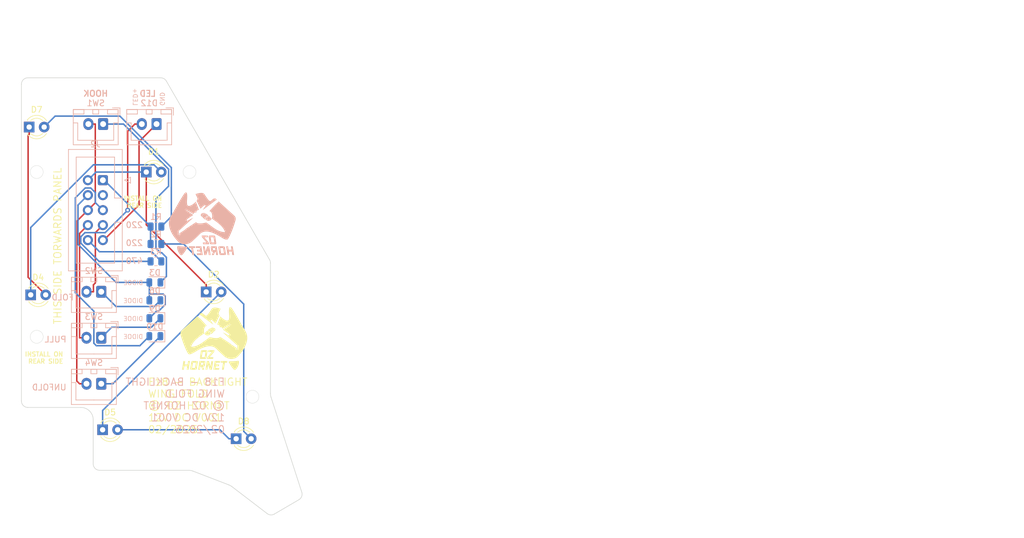
<source format=kicad_pcb>
(kicad_pcb (version 20240108) (generator "pcbnew") (generator_version "8.0")
  (title_block (title "AV COOL PANEL") (date "2023-05-05") (rev "4") (company "www.openhornet.com") (comment 1 "License:  CC BY-NC-SA") (comment 2 "Backlighting - Type A"))
  (layers (0 "F.Cu" signal) (31 "B.Cu" signal) (34 "B.Paste" user) (35 "F.Paste" user) (36 "B.SilkS" user "B.Silkscreen") (37 "F.SilkS" user "F.Silkscreen") (38 "B.Mask" user) (39 "F.Mask" user) (44 "Edge.Cuts" user))
  (net 0 "")
  (net 1 "/BACKLIGHT_GND")
  (net 2 "Net-(D1-A)")
  (net 3 "Net-(D2-A)")
  (net 4 "Net-(D4-A)")
  (net 5 "Net-(D5-A)")
  (net 6 "Net-(D7-A)")
  (net 7 "Net-(D8-A)")
  (net 8 "/BACKLIGHT_12V")
  (net 9 "/COL1")
  (net 10 "Net-(D3-K)")
  (net 11 "Net-(D6-K)")
  (net 12 "Net-(D9-K)")
  (net 13 "Net-(D10-K)")
  (net 14 "/COL2")
  (net 15 "Net-(D12-A)")
  (net 16 "/ROW1")
  (net 17 "/ROW2")
  (net 18 "/ROW3")
  (net 19 "/HOOK_LED_GND")
  (net 21 "/HOOK_LED_VCC")
  (footprint "LED_THT:LED_D3.0mm_FlatTop" (layer "F.Cu") (at 75.184 87.376)
    (property "Reference" "D4")
    (property "Value" "LED")
  )
  (footprint "LED_THT:LED_D3.0mm_FlatTop" (layer "F.Cu") (at 110.019 111.7714)
    (property "Reference" "D8")
    (property "Value" "LED")
  )
  (footprint "LED_THT:LED_D3.0mm_FlatTop" (layer "F.Cu") (at 94.779 66.5594)
    (property "Reference" "D1")
    (property "Value" "LED")
  )
  (footprint "LED_THT:LED_D3.0mm_FlatTop" (layer "F.Cu") (at 104.939 86.8794)
    (property "Reference" "D2")
    (property "Value" "LED")
  )
  (footprint "LED_THT:LED_D3.0mm_FlatTop" (layer "F.Cu") (at 87.376 110.2474)
    (property "Reference" "D5")
    (property "Value" "LED")
  )
  (footprint "LED_THT:LED_D3.0mm_FlatTop" (layer "F.Cu") (at 74.925 58.928)
    (property "Reference" "D7")
    (property "Value" "LED")
  )
  (footprint "Resistor_SMD:R_0805_2012Metric" (layer "B.Cu") (at 96.4165 81.7014 180)
    (property "Reference" "R3")
    (property "Value" "R")
  )
  (footprint "Diode_SMD:D_0805_2012Metric" (layer "B.Cu") (at 96.2345 91.3454 180)
    (property "Reference" "D9")
    (property "Value" "D")
  )
  (footprint "Resistor_SMD:R_0805_2012Metric" (layer "B.Cu") (at 96.4165 78.7514 180)
    (property "Reference" "R2")
    (property "Value" "R")
  )
  (footprint "Connector_JST:JST_XH_B2B-XH-A_1x02_P2.50mm_Vertical" (layer "B.Cu") (at 87.144 102.451 180)
    (property "Reference" "SW4")
    (property "Value" "WF UNFOLD")
  )
  (footprint "Connector_JST:JST_XH_B2B-XH-A_1x02_P2.50mm_Vertical" (layer "B.Cu") (at 87.144 94.651 180)
    (property "Reference" "SW3")
    (property "Value" "WF PULL")
  )
  (footprint "Connector_JST:JST_XH_B2B-XH-A_1x02_P2.50mm_Vertical" (layer "B.Cu") (at 87.458 58.42 180)
    (property "Reference" "SW1")
    (property "Value" "HOOK")
  )
  (footprint "Resistor_SMD:R_0805_2012Metric" (layer "B.Cu") (at 96.4165 75.8014 180)
    (property "Reference" "R1")
    (property "Value" "R")
  )
  (footprint "Diode_SMD:D_0805_2012Metric" (layer "B.Cu") (at 96.2345 85.2654 180)
    (property "Reference" "D3")
    (property "Value" "D")
  )
  (footprint "Diode_SMD:D_0805_2012Metric" (layer "B.Cu") (at 96.2345 94.3854 180)
    (property "Reference" "D10")
    (property "Value" "D")
  )
  (footprint "Connector_JST:JST_XH_B2B-XH-A_1x02_P2.50mm_Vertical" (layer "B.Cu") (at 96.52 58.42 180)
    (property "Reference" "D12")
    (property "Value" "HOOK LED 1")
  )
  (footprint "Connector_JST:JST_XH_B2B-XH-A_1x02_P2.50mm_Vertical" (layer "B.Cu") (at 87.144 86.851 180)
    (property "Reference" "SW2")
    (property "Value" "WF FOLD")
  )
  (footprint "Diode_SMD:D_0805_2012Metric" (layer "B.Cu") (at 96.2345 88.3054 180)
    (property "Reference" "D6")
    (property "Value" "D")
  )
  (footprint "Connector_IDC:IDC-Header_2x05_P2.54mm_Vertical" (layer "B.Cu") (at 87.418 67.9354 180)
    (property "Reference" "J2")
    (property "Value" "Conn_02x05_Top_Bottom")
  )
  (gr_poly (pts (xy 100.170189 79.108448) (xy 100.155659 79.10974) (xy 100.141841 79.111737) (xy 100.128733 79.114448) (xy 100.116334 79.117882) (xy 100.104639 79.122048) (xy 100.093647 79.126954) (xy 100.083355 79.13261) (xy 100.073761 79.139024) (xy 100.064862 79.146206) (xy 100.056656 79.154164) (xy 100.049141 79.162907) (xy 100.042313 79.172444) (xy 100.036171 79.182785) (xy 100.030712 79.193937) (xy 100.025933 79.20591) (xy 100.021832 79.218713) (xy 100.018407 79.232355) (xy 100.015655 79.246845) (xy 100.013574 79.26219) (xy 100.01216 79.278402) (xy 100.011412 79.295488) (xy 100.011328 79.313457) (xy 100.011904 79.332318) (xy 100.013139 79.35208) (xy 100.021293 79.436733) (xy 100.032572 79.520214) (xy 100.046992 79.602491) (xy 100.064571 79.683533) (xy 100.085327 79.763308) (xy 100.109277 79.841785) (xy 100.136438 79.918933) (xy 100.166829 79.99472) (xy 100.200465 80.069115) (xy 100.237365 80.142086) (xy 100.277547 80.213602) (xy 100.321027 80.283632) (xy 100.367823 80.352144) (xy 100.417953 80.419108) (xy 100.471433 80.48449) (xy 100.528282 80.548261) (xy 100.541675 80.562277) (xy 100.554923 80.575357) (xy 100.568035 80.587502) (xy 100.58102 80.598716) (xy 100.59389 80.609) (xy 100.606652 80.618358) (xy 100.619318 80.626792) (xy 100.631895 80.634304) (xy 100.644395 80.640897) (xy 100.656827 80.646574) (xy 100.6692 80.651337) (xy 100.681524 80.655189) (xy 100.693808 80.658132) (xy 100.706063 80.660169) (xy 100.718298 80.661303) (xy 100.730523 80.661535) (xy 100.742746 80.66087) (xy 100.754979 80.659308) (xy 100.76723 80.656853) (xy 100.779509 80.653507) (xy 100.791826 80.649274) (xy 100.804191 80.644154) (xy 100.816612 80.638152) (xy 100.829101 80.63127) (xy 100.841665 80.623509) (xy 100.854316 80.614873) (xy 100.867062 80.605365) (xy 100.879914 80.594986) (xy 100.89288 80.58374) (xy 100.905971 80.571629) (xy 100.932565 80.544821) (xy 100.999255 80.471641) (xy 101.064569 80.395307) (xy 101.128336 80.316468) (xy 101.190381 80.235772) (xy 101.250534 80.153866) (xy 101.308622 80.071399) (xy 101.417911 79.907374) (xy 101.516868 79.74888) (xy 101.604115 79.601102) (xy 101.678271 79.469224) (xy 101.737957 79.358429) (xy 101.741128 79.351868) (xy 101.7438 79.345244) (xy 101.745986 79.338576) (xy 101.747696 79.331879) (xy 101.748939 79.325174) (xy 101.749728 79.318476) (xy 101.750072 79.311805) (xy 101.749983 79.305178) (xy 101.749471 79.298612) (xy 101.748547 79.292126) (xy 101.747222 79.285736) (xy 101.745506 79.279462) (xy 101.743409 79.273321) (xy 101.740944 79.26733) (xy 101.73812 79.261507) (xy 101.734948 79.25587) (xy 101.731438 79.250438) (xy 101.727603 79.245226) (xy 101.723451 79.240255) (xy 101.718995 79.23554) (xy 101.714244 79.231101) (xy 101.709209 79.226954) (xy 101.703902 79.223118) (xy 101.698332 79.21961) (xy 101.69251 79.216448) (xy 101.686448 79.21365) (xy 101.680156 79.211234) (xy 101.673644 79.209217) (xy 101.666924 79.207618) (xy 101.660006 79.206453) (xy 101.6529 79.205742) (xy 101.645618 79.2055) (xy 101.355035 79.203082) (xy 101.179567 79.198919) (xy 100.994379 79.191908) (xy 100.807269 79.181386) (xy 100.626034 79.166694) (xy 100.458472 79.147171) (xy 100.382256 79.135391) (xy 100.312383 79.122157) (xy 100.312382 79.122422) (xy 100.272474 79.115001) (xy 100.235486 79.110152) (xy 100.21808 79.108713) (xy 100.201397 79.107943) (xy 100.185435 79.107852)) (stroke (width -0.000001)) (fill solid) (layer "B.SilkS"))
  (gr_poly (pts (xy 104.482385 73.48437) (xy 104.459363 73.485927) (xy 104.436523 73.488435) (xy 104.413858 73.491857) (xy 104.391364 73.496156) (xy 104.369034 73.501295) (xy 104.346863 73.507238) (xy 104.324845 73.513947) (xy 104.302973 73.521386) (xy 104.281242 73.529519) (xy 104.259647 73.538307) (xy 104.238181 73.547715) (xy 104.216838 73.557705) (xy 104.204236 73.564037) (xy 104.191935 73.570735) (xy 104.179945 73.577802) (xy 104.168275 73.585246) (xy 104.156935 73.593072) (xy 104.145936 73.601284) (xy 104.135286 73.609888) (xy 104.124995 73.61889) (xy 104.115073 73.628295) (xy 104.10553 73.638108) (xy 104.096375 73.648336) (xy 104.087619 73.658982) (xy 104.07927 73.670054) (xy 104.071338 73.681556) (xy 104.063833 73.693493) (xy 104.056766 73.705872) (xy 104.051002 73.716927) (xy 104.045716 73.727963) (xy 104.040906 73.738974) (xy 104.036569 73.749957) (xy 104.032705 73.760905) (xy 104.029311 73.771813) (xy 104.026386 73.782677) (xy 104.023928 73.79349) (xy 104.021936 73.804249) (xy 104.020408 73.814947) (xy 104.019341 73.82558) (xy 104.018735 73.836143) (xy 104.018588 73.84663) (xy 104.018898 73.857036) (xy 104.019663 73.867357) (xy 104.020881 73.877586) (xy 104.022552 73.88772) (xy 104.024673 73.897752) (xy 104.027242 73.907678) (xy 104.030258 73.917492) (xy 104.033719 73.92719) (xy 104.037624 73.936765) (xy 104.04197 73.946214) (xy 104.046757 73.955531) (xy 104.051982 73.964711) (xy 104.057643 73.973748) (xy 104.06374 73.982638) (xy 104.070269 73.991375) (xy 104.077231 73.999954) (xy 104.084622 74.008371) (xy 104.092441 74.016619) (xy 104.100687 74.024695) (xy 104.100687 74.02443) (xy 104.113172 74.036452) (xy 104.125462 74.048672) (xy 104.149667 74.07351) (xy 104.173724 74.098546) (xy 104.185828 74.111015) (xy 104.198053 74.123384) (xy 104.225028 74.149987) (xy 104.252524 74.176863) (xy 104.309972 74.232922) (xy 104.298498 74.201388) (xy 104.289074 74.170184) (xy 104.28169 74.139304) (xy 104.276337 74.108745) (xy 104.273005 74.0785) (xy 104.271686 74.048565) (xy 104.272369 74.018935) (xy 104.275047 73.989604) (xy 104.279708 73.960568) (xy 104.286345 73.931821) (xy 104.294948 73.903359) (xy 104.305507 73.875176) (xy 104.318013 73.847267) (xy 104.332457 73.819628) (xy 104.34883 73.792254) (xy 104.367122 73.765138) (xy 104.387312 73.738704) (xy 104.408567 73.71451) (xy 104.430847 73.692472) (xy 104.454112 73.672505) (xy 104.478322 73.654524) (xy 104.503439 73.638444) (xy 104.529422 73.62418) (xy 104.556232 73.611647) (xy 104.58383 73.60076) (xy 104.612176 73.591436) (xy 104.641231 73.583587) (xy 104.670954 73.577131) (xy 104.701307 73.571982) (xy 104.73225 73.568054) (xy 104.763743 73.565264) (xy 104.795747 73.563526) (xy 104.769219 73.550845) (xy 104.742574 73.538725) (xy 104.715742 73.527356) (xy 104.688657 73.516926) (xy 104.674997 73.512122) (xy 104.661248 73.507625) (xy 104.647402 73.503457) (xy 104.63345 73.499641) (xy 104.619382 73.496203) (xy 104.605192 73.493165) (xy 104.59087 73.490551) (xy 104.576407 73.488384) (xy 104.5526 73.48577) (xy 104.528998 73.484255) (xy 104.505595 73.4838)) (stroke (width -0.000001)) (fill solid) (layer "B.SilkS"))
  (gr_poly (pts (xy 109.219051 79.733873) (xy 108.732747 79.733873) (xy 108.63882 79.140413) (xy 108.327934 79.140413) (xy 108.563149 80.629753) (xy 108.874034 80.629753) (xy 108.780107 80.034175) (xy 109.266411 80.034175) (xy 109.360338 80.629753) (xy 109.671224 80.629753) (xy 109.436009 79.140413) (xy 109.125124 79.140413)) (stroke (width -0.000001)) (fill solid) (layer "B.SilkS"))
  (gr_poly (pts (xy 107.193999 79.140808) (xy 107.180371 79.14138) (xy 107.166868 79.142274) (xy 107.153535 79.143544) (xy 107.140419 79.145242) (xy 107.127565 79.147422) (xy 107.115018 79.150138) (xy 107.102825 79.153442) (xy 107.091031 79.15739) (xy 107.079682 79.162033) (xy 107.068823 79.167426) (xy 107.058501 79.173623) (xy 107.048762 79.180675) (xy 107.03965 79.188638) (xy 107.035343 79.192977) (xy 107.031211 79.197564) (xy 107.031211 79.197563) (xy 107.025013 79.205427) (xy 107.019413 79.213753) (xy 107.014408 79.222564) (xy 107.009995 79.231881) (xy 107.006172 79.241726) (xy 107.002934 79.252123) (xy 107.00028 79.263092) (xy 106.998205 79.274656) (xy 106.996707 79.286838) (xy 106.995782 79.299658) (xy 106.995428 79.31314) (xy 106.995642 79.327304) (xy 106.996419 79.342175) (xy 106.997758 79.357772) (xy 106.999655 79.37412) (xy 107.002107 79.391239) (xy 107.160857 80.390306) (xy 107.163999 80.40859) (xy 107.167519 80.425955) (xy 107.171418 80.442421) (xy 107.175693 80.458012) (xy 107.180345 80.472749) (xy 107.185371 80.486655) (xy 107.190773 80.499753) (xy 107.196547 80.512063) (xy 107.202694 80.52361) (xy 107.209213 80.534414) (xy 107.216102 80.544499) (xy 107.22336 80.553886) (xy 107.230988 80.562598) (xy 107.238983 80.570657) (xy 107.247346 80.578086) (xy 107.256074 80.584906) (xy 107.265168 80.591141) (xy 107.274625 80.596811) (xy 107.284446 80.60194) (xy 107.294629 80.60655) (xy 107.305174 80.610664) (xy 107.316079 80.614302) (xy 107.327344 80.617488) (xy 107.338967 80.620245) (xy 107.363286 80.624556) (xy 107.389029 80.627415) (xy 107.416187 80.629) (xy 107.444755 80.629489) (xy 108.048005 80.629489) (xy 108.075662 80.629094) (xy 108.089401 80.628519) (xy 108.103018 80.62762) (xy 108.116466 80.626343) (xy 108.129698 80.624633) (xy 108.142667 80.622437) (xy 108.155327 80.619699) (xy 108.16763 80.616366) (xy 108.179529 80.612384) (xy 108.190979 80.607697) (xy 108.201931 80.602253) (xy 108.212338 80.595996) (xy 108.222155 80.588873) (xy 108.231334 80.580829) (xy 108.235669 80.576445) (xy 108.239828 80.57181) (xy 108.245986 80.564019) (xy 108.251562 80.555719) (xy 108.256558 80.546896) (xy 108.260974 80.537538) (xy 108.264812 80.527631) (xy 108.268073 80.517162) (xy 108.270758 80.506118) (xy 108.272868 80.494486) (xy 108.274404 80.482252) (xy 108.275368 80.469403) (xy 108.275761 80.455926) (xy 108.275584 80.441809) (xy 108.274838 80.427037) (xy 108.273524 80.411598) (xy 108.271643 80.395478) (xy 108.269197 80.378665) (xy 108.261293 80.328923) (xy 107.950109 80.328923) (xy 107.489999 80.328923) (xy 107.483657 80.32891) (xy 107.476373 80.328823) (xy 107.472671 80.328729) (xy 107.469088 80.328588) (xy 107.465741 80.328391) (xy 107.462746 80.328129) (xy 107.462337 80.326476) (xy 107.461899 80.324483) (xy 107.46143 80.322129) (xy 107.460928 80.319398) (xy 107.460388 80.316269) (xy 107.459807 80.312725) (xy 107.459183 80.308747) (xy 107.458513 80.304316) (xy 107.323311 79.455798) (xy 107.322286 79.447) (xy 107.32186 79.443371) (xy 107.321459 79.440187) (xy 107.337069 79.440187) (xy 107.33707 79.440715) (xy 107.779718 79.440715) (xy 107.786332 79.440732) (xy 107.794137 79.440848) (xy 107.798052 79.440974) (xy 107.801744 79.441162) (xy 107.805039 79.441425) (xy 107.806483 79.441588) (xy 107.807764 79.441774) (xy 107.808208 79.44306) (xy 107.808743 79.444771) (xy 107.809359 79.44696) (xy 107.810045 79.449678) (xy 107.810413 79.451253) (xy 107.810794 79.45298) (xy 107.811189 79.454866) (xy 107.811596 79.456918) (xy 107.812013 79.459141) (xy 107.812441 79.461543) (xy 107.812876 79.464131) (xy 107.81332 79.46691) (xy 107.948522 80.313842) (xy 107.949067 80.318467) (xy 107.949514 80.322473) (xy 107.949861 80.325933) (xy 107.950109 80.328923) (xy 108.261293 80.328923) (xy 108.110447 79.379598) (xy 108.107303 79.361313) (xy 108.103776 79.343948) (xy 108.099866 79.327482) (xy 108.095575 79.311891) (xy 108.090903 79.297154) (xy 108.085852 79.283248) (xy 108.080423 79.27015) (xy 108.074616 79.25784) (xy 108.068433 79.246293) (xy 108.061875 79.235489) (xy 108.054943 79.225404) (xy 108.047637 79.216017) (xy 108.039959 79.207305) (xy 108.031909 79.199245) (xy 108.02349 79.191817) (xy 108.014701 79.184996) (xy 108.005544 79.178762) (xy 107.996019 79.173091) (xy 107.986129 79.167962) (xy 107.975874 79.163352) (xy 107.965254 79.159239) (xy 107.954271 79.1556) (xy 107.942926 79.152414) (xy 107.93122 79.149658) (xy 107.90673 79.145346) (xy 107.880807 79.142487) (xy 107.85346 79.140903) (xy 107.824697 79.140414) (xy 107.221447 79.140414)) (stroke (width -0.000001)) (fill solid) (layer "B.SilkS"))
  (gr_poly (pts (xy 103.942002 70.096029) (xy 103.83021 70.109825) (xy 103.718196 70.129032) (xy 103.607409 70.152303) (xy 103.499296 70.178289) (xy 103.122521 70.282428) (xy 103.263247 70.570625) (xy 103.332481 70.710755) (xy 103.402979 70.848901) (xy 103.42021 70.884458) (xy 103.4347 70.919782) (xy 103.446456 70.954856) (xy 103.455483 70.989663) (xy 103.461787 71.024186) (xy 103.465376 71.058409) (xy 103.466254 71.092314) (xy 103.464429 71.125886) (xy 103.459906 71.159108) (xy 103.452692 71.191962) (xy 103.442793 71.224433) (xy 103.430215 71.256504) (xy 103.414964 71.288157) (xy 103.397047 71.319377) (xy 103.37647 71.350146) (xy 103.353238 71.380448) (xy 103.33499 71.401379) (xy 103.316394 71.422484) (xy 103.278361 71.465115) (xy 103.297014 71.465479) (xy 103.30634 71.465599) (xy 103.315667 71.465644) (xy 103.316245 71.465663) (xy 103.316837 71.46572) (xy 103.317441 71.465813) (xy 103.318056 71.46594) (xy 103.318681 71.4661) (xy 103.319313 71.466293) (xy 103.319952 71.466516) (xy 103.320595 71.466769) (xy 103.321889 71.467356) (xy 103.323183 71.468044) (xy 103.324464 71.468822) (xy 103.325721 71.469679) (xy 103.32694 71.470604) (xy 103.32811 71.471587) (xy 103.329218 71.472616) (xy 103.330252 71.473681) (xy 103.331199 71.474771) (xy 103.332046 71.475874) (xy 103.332782 71.476981) (xy 103.333104 71.477532) (xy 103.333394 71.47808) (xy 103.574959 71.964119) (xy 103.718098 72.254367) (xy 103.876055 72.574778) (xy 103.923084 72.671218) (xy 103.970511 72.769246) (xy 103.983207 72.758477) (xy 103.995482 72.748179) (xy 104.001453 72.743106) (xy 104.007309 72.73803) (xy 104.013048 72.73291) (xy 104.018665 72.727707) (xy 104.046992 72.700786) (xy 104.07522 72.673666) (xy 104.131378 72.619228) (xy 104.225536 72.528575) (xy 104.24896 72.505811) (xy 104.272207 72.482864) (xy 104.295211 72.459663) (xy 104.317909 72.436136) (xy 104.335217 72.418572) (xy 104.352984 72.401662) (xy 104.371175 72.385353) (xy 104.389752 72.369593) (xy 104.40868 72.35433) (xy 104.427921 72.33951) (xy 104.4672 72.310988) (xy 104.507298 72.283608) (xy 104.547923 72.256947) (xy 104.629588 72.204097) (xy 104.632045 72.202492) (xy 104.634548 72.200944) (xy 104.639651 72.197974) (xy 104.649961 72.192224) (xy 104.655008 72.189263) (xy 104.657469 72.187722) (xy 104.659875 72.186126) (xy 104.662215 72.184463) (xy 104.664481 72.182722) (xy 104.666662 72.180892) (xy 104.668747 72.178961) (xy 104.670808 72.177046) (xy 104.672874 72.175267) (xy 104.674946 72.173621) (xy 104.677024 72.172105) (xy 104.679108 72.170716) (xy 104.681199 72.16945) (xy 104.683297 72.168303) (xy 104.685403 72.167274) (xy 104.687517 72.166358) (xy 104.68964 72.165553) (xy 104.691771 72.164854) (xy 104.693913 72.16426) (xy 104.696064 72.163766) (xy 104.698225 72.163369) (xy 104.70258 72.162855) (xy 104.706982 72.162691) (xy 104.711434 72.162851) (xy 104.715939 72.16331) (xy 104.720502 72.164041) (xy 104.725124 72.165019) (xy 104.729811 72.166217) (xy 104.734565 72.16761) (xy 104.73939 72.169172) (xy 104.753911 72.173818) (xy 104.76849 72.178263) (xy 104.797764 72.186733) (xy 104.856336 72.203303) (xy 104.857125 72.203566) (xy 104.857907 72.20386) (xy 104.858691 72.204185) (xy 104.859482 72.204539) (xy 104.861112 72.205335) (xy 104.862851 72.206246) (xy 104.866866 72.2084) (xy 104.869246 72.209637) (xy 104.871946 72.210976) (xy 104.347013 72.988057) (xy 104.351247 72.99282) (xy 104.432738 72.932495) (xy 104.931478 72.56102) (xy 105.359309 72.243255) (xy 105.855403 71.875749) (xy 106.233228 71.594761) (xy 106.700747 71.248422) (xy 106.700217 71.248421) (xy 106.715728 71.23678) (xy 106.723546 71.230934) (xy 106.731438 71.225138) (xy 106.695984 71.190974) (xy 106.66053 71.156611) (xy 106.629412 71.12826) (xy 106.598606 71.103054) (xy 106.568018 71.081016) (xy 106.537556 71.062171) (xy 106.522344 71.053954) (xy 106.507129 71.046545) (xy 106.491899 71.039947) (xy 106.476643 71.034163) (xy 106.46135 71.029195) (xy 106.446007 71.025048) (xy 106.430604 71.021724) (xy 106.415129 71.019226) (xy 106.39957 71.017558) (xy 106.383915 71.016722) (xy 106.368154 71.016722) (xy 106.352275 71.01756) (xy 106.336265 71.01924) (xy 106.320115 71.021765) (xy 106.303811 71.025139) (xy 106.287343 71.029363) (xy 106.270699 71.034441) (xy 106.253868 71.040377) (xy 106.236837 71.047173) (xy 106.219596 71.054833) (xy 106.184437 71.072756) (xy 106.148296 71.094169) (xy 106.103307 71.12398) (xy 106.061227 71.153668) (xy 105.98503 71.211989) (xy 105.91817 71.267766) (xy 105.859111 71.319627) (xy 105.806316 71.366206) (xy 105.75825 71.406132) (xy 105.735511 71.423172) (xy 105.713377 71.438036) (xy 105.691658 71.450553) (xy 105.670161 71.460551) (xy 105.648694 71.467859) (xy 105.627066 71.472307) (xy 105.605084 71.473722) (xy 105.582556 71.471934) (xy 105.55929 71.466772) (xy 105.535094 71.458065) (xy 105.509777 71.445641) (xy 105.483146 71.42933) (xy 105.45501 71.40896) (xy 105.425175 71.384361) (xy 105.393451 71.35536) (xy 105.359645 71.321787) (xy 105.323566 71.283472) (xy 105.28502 71.240242) (xy 105.199765 71.138355) (xy 105.05935 70.942224) (xy 104.921787 70.744059) (xy 104.786953 70.54401) (xy 104.654723 70.342223) (xy 104.627326 70.301104) (xy 104.596798 70.264202) (xy 104.56332 70.231349) (xy 104.527073 70.202376) (xy 104.488239 70.177114) (xy 104.446998 70.155397) (xy 104.40353 70.137053) (xy 104.358018 70.121917) (xy 104.310641 70.109817) (xy 104.261581 70.100588) (xy 104.211019 70.094059) (xy 104.159135 70.090062) (xy 104.052126 70.088992)) (stroke (width -0.000001)) (fill solid) (layer "B.SilkS"))
  (gr_poly (pts (xy 103.208776 79.440715) (xy 103.855418 79.440715) (xy 103.902249 79.733873) (xy 103.383401 79.733873) (xy 103.430497 80.034175) (xy 103.949609 80.034175) (xy 103.996441 80.32945) (xy 103.350063 80.32945) (xy 103.397159 80.629752) (xy 104.354157 80.629752) (xy 104.118942 79.140412) (xy 103.16168 79.140412)) (stroke (width -0.000001)) (fill solid) (layer "B.SilkS"))
  (gr_poly (pts (xy 102.034026 79.440715) (xy 102.400474 79.440715) (xy 102.588593 80.629752) (xy 102.899477 80.629752) (xy 102.711359 79.440715) (xy 103.077542 79.440715) (xy 103.030447 79.140412) (xy 101.98693 79.140412)) (stroke (width -0.000001)) (fill solid) (layer "B.SilkS"))
  (gr_poly (pts (xy 105.561784 77.312007) (xy 105.548156 77.312579) (xy 105.534653 77.313473) (xy 105.521321 77.314743) (xy 105.508204 77.316441) (xy 105.49535 77.318621) (xy 105.482803 77.321336) (xy 105.47061 77.324641) (xy 105.458816 77.328589) (xy 105.447467 77.333232) (xy 105.436609 77.338625) (xy 105.426287 77.344821) (xy 105.416547 77.351874) (xy 105.407435 77.359836) (xy 105.403129 77.364176) (xy 105.398996 77.368763) (xy 105.392798 77.376626) (xy 105.387198 77.384952) (xy 105.382193 77.393763) (xy 105.37778 77.40308) (xy 105.373957 77.412926) (xy 105.370719 77.423322) (xy 105.368064 77.434292) (xy 105.36599 77.445856) (xy 105.364491 77.458037) (xy 105.363567 77.470858) (xy 105.363213 77.484339) (xy 105.363426 77.498504) (xy 105.364204 77.513374) (xy 105.365543 77.528972) (xy 105.36744 77.545319) (xy 105.369892 77.562438) (xy 105.528642 78.561505) (xy 105.531783 78.579789) (xy 105.535304 78.597154) (xy 105.539202 78.61362) (xy 105.543478 78.629211) (xy 105.548129 78.643949) (xy 105.553156 78.657855) (xy 105.558557 78.670952) (xy 105.564332 78.683263) (xy 105.570479 78.694809) (xy 105.576997 78.705614) (xy 105.583886 78.715698) (xy 105.591145 78.725086) (xy 105.598773 78.733798) (xy 105.606768 78.741857) (xy 105.61513 78.749286) (xy 105.623859 78.756106) (xy 105.632952 78.76234) (xy 105.64241 78.768011) (xy 105.652231 78.77314) (xy 105.662414 78.77775) (xy 105.672959 78.781863) (xy 105.683864 78.785502) (xy 105.695129 78.788688) (xy 105.706752 78.791445) (xy 105.731071 78.795756) (xy 105.756813 78.798615) (xy 105.783972 78.8002) (xy 105.81254 78.800688) (xy 106.41579 78.800688) (xy 106.443446 78.800294) (xy 106.457185 78.799719) (xy 106.470802 78.79882) (xy 106.48425 78.797543) (xy 106.497482 78.795833) (xy 106.510452 78.793636) (xy 106.523111 78.790899) (xy 106.535414 78.787566) (xy 106.547314 78.783584) (xy 106.558763 78.778897) (xy 106.569715 78.773453) (xy 106.580123 78.767196) (xy 106.58994 78.760073) (xy 106.599119 78.752029) (xy 106.603454 78.747644) (xy 106.607613 78.743009) (xy 106.613771 78.735218) (xy 106.619347 78.726918) (xy 106.624343 78.718095) (xy 106.628759 78.708737) (xy 106.632597 78.69883) (xy 106.635858 78.688361) (xy 106.638543 78.677317) (xy 106.640653 78.665684) (xy 106.64219 78.65345) (xy 106.643154 78.640602) (xy 106.643546 78.627125) (xy 106.643369 78.613007) (xy 106.642623 78.598236) (xy 106.641309 78.582796) (xy 106.639428 78.566677) (xy 106.636982 78.549863) (xy 106.629036 78.499857) (xy 106.31763 78.499857) (xy 106.300167 78.499857) (xy 106.300167 78.500386) (xy 105.85752 78.500386) (xy 105.851178 78.500373) (xy 105.843894 78.500286) (xy 105.840193 78.500192) (xy 105.836609 78.500051) (xy 105.833262 78.499854) (xy 105.830267 78.499591) (xy 105.829858 78.497939) (xy 105.82942 78.495945) (xy 105.828951 78.493592) (xy 105.828449 78.49086) (xy 105.827909 78.487732) (xy 105.827328 78.484188) (xy 105.826704 78.48021) (xy 105.826034 78.475779) (xy 105.690832 77.62726) (xy 105.689807 77.618463) (xy 105.689381 77.614833) (xy 105.68898 77.61165) (xy 106.147238 77.61165) (xy 106.153852 77.611667) (xy 106.161658 77.611783) (xy 106.165573 77.611909) (xy 106.169264 77.612097) (xy 106.172559 77.612359) (xy 106.174003 77.612522) (xy 106.175283 77.612709) (xy 106.175728 77.613995) (xy 106.176263 77.615706) (xy 106.176879 77.617894) (xy 106.177565 77.620613) (xy 106.177933 77.622187) (xy 106.178314 77.623914) (xy 106.178709 77.6258) (xy 106.179116 77.627852) (xy 106.179533 77.630075) (xy 106.179961 77.632478) (xy 106.180397 77.635065) (xy 106.18084 77.637844) (xy 106.316042 78.484776) (xy 106.316588 78.489402) (xy 106.317034 78.493408) (xy 106.317382 78.496868) (xy 106.31763 78.499857) (xy 106.629036 78.499857) (xy 106.478232 77.550796) (xy 106.475088 77.532511) (xy 106.471561 77.515147) (xy 106.467651 77.49868) (xy 106.46336 77.48309) (xy 106.458688 77.468352) (xy 106.453637 77.454446) (xy 106.448208 77.441349) (xy 106.442401 77.429038) (xy 106.436219 77.417492) (xy 106.42966 77.406688) (xy 106.422728 77.396603) (xy 106.415422 77.387216) (xy 106.407744 77.378504) (xy 106.399694 77.370444) (xy 106.391275 77.363016) (xy 106.382486 77.356195) (xy 106.373329 77.349961) (xy 106.363805 77.34429) (xy 106.353914 77.339161) (xy 106.343659 77.334551) (xy 106.333039 77.330438) (xy 106.322056 77.326799) (xy 106.310711 77.323613) (xy 106.299006 77.320857) (xy 106.274515 77.316545) (xy 106.248592 77.313686) (xy 106.221244 77.312102) (xy 106.192482 77.311613) (xy 105.589232 77.311613)) (stroke (width -0.000001)) (fill solid) (layer "B.SilkS"))
  (gr_poly (pts (xy 105.331838 74.032901) (xy 105.312763 74.035811) (xy 105.274609 74.041528) (xy 105.255636 74.044689) (xy 105.236803 74.048287) (xy 105.218161 74.052499) (xy 105.208929 74.054891) (xy 105.199765 74.057502) (xy 105.199766 74.057502) (xy 105.176298 74.065371) (xy 105.153453 74.07465) (xy 105.13128 74.085279) (xy 105.109828 74.097199) (xy 105.089146 74.110351) (xy 105.069284 74.124674) (xy 105.05029 74.140109) (xy 105.032214 74.156597) (xy 105.015105 74.174078) (xy 104.999013 74.192492) (xy 104.983986 74.21178) (xy 104.970073 74.231882) (xy 104.957324 74.252739) (xy 104.945787 74.274291) (xy 104.935513 74.296478) (xy 104.92655 74.319241) (xy 104.918948 74.342521) (xy 104.912755 74.366257) (xy 104.90802 74.39039) (xy 104.904794 74.41486) (xy 104.903125 74.439609) (xy 104.903062 74.464575) (xy 104.904654 74.489701) (xy 104.907951 74.514925) (xy 104.913002 74.54019) (xy 104.919855 74.565434) (xy 104.928561 74.590598) (xy 104.939168 74.615623) (xy 104.951726 74.640449) (xy 104.966283 74.665017) (xy 104.982889 74.689267) (xy 105.001593 74.71314) (xy 105.002808 74.714574) (xy 105.00407 74.715999) (xy 105.005377 74.717409) (xy 105.006727 74.718799) (xy 105.008117 74.720167) (xy 105.009546 74.721507) (xy 105.011009 74.722815) (xy 105.012507 74.724087) (xy 105.014035 74.725318) (xy 105.015592 74.726506) (xy 105.017175 74.727644) (xy 105.018782 74.728729) (xy 105.020411 74.729757) (xy 105.02206 74.730724) (xy 105.023725 74.731624) (xy 105.025405 74.732454) (xy 105.05792 74.747734) (xy 105.09046 74.762815) (xy 105.123148 74.7774) (xy 105.139587 74.784414) (xy 105.156109 74.791192) (xy 105.168099 74.795843) (xy 105.180156 74.800171) (xy 105.192279 74.804177) (xy 105.204466 74.807861) (xy 105.216717 74.811222) (xy 105.22903 74.81426) (xy 105.241405 74.816976) (xy 105.25384 74.81937) (xy 105.266333 74.821441) (xy 105.278885 74.82319) (xy 105.291493 74.824616) (xy 105.304156 74.82572) (xy 105.316874 74.826501) (xy 105.329644 74.82696) (xy 105.342467 74.827097) (xy 105.355341 74.826911) (xy 105.383106 74.825446) (xy 105.410259 74.82257) (xy 105.436818 74.818332) (xy 105.462803 74.812776) (xy 105.488232 74.805951) (xy 105.513126 74.797903) (xy 105.537504 74.788679) (xy 105.561385 74.778327) (xy 105.584788 74.766892) (xy 105.607734 74.754422) (xy 105.63024 74.740963) (xy 105.652327 74.726563) (xy 105.674014 74.711269) (xy 105.695321 74.695127) (xy 105.716266 74.678185) (xy 105.73687 74.660488) (xy 105.746137 74.652047) (xy 105.755074 74.643385) (xy 105.763659 74.634494) (xy 105.771873 74.625364) (xy 105.779695 74.615987) (xy 105.787104 74.606352) (xy 105.794079 74.59645) (xy 105.800601 74.586272) (xy 105.806648 74.575809) (xy 105.812201 74.565052) (xy 105.817238 74.553991) (xy 105.821739 74.542616) (xy 105.825683 74.530919) (xy 105.829051 74.51889) (xy 105.83182 74.50652) (xy 105.833972 74.4938) (xy 105.834318 74.490714) (xy 105.834556 74.487705) (xy 105.834677 74.484766) (xy 105.834674 74.481894) (xy 105.834538 74.479084) (xy 105.83426 74.476332) (xy 105.833831 74.473632) (xy 105.833244 74.47098) (xy 105.832489 74.468372) (xy 105.831558 74.465802) (xy 105.830443 74.463267) (xy 105.829135 74.460761) (xy 105.827625 74.458279) (xy 105.825905 74.455818) (xy 105.823966 74.453373) (xy 105.821801 74.450938) (xy 105.656238 74.273138) (xy 105.574002 74.183791) (xy 105.492659 74.09375) (xy 105.485261 74.085778) (xy 105.477743 74.07834) (xy 105.470087 74.071452) (xy 105.462277 74.065126) (xy 105.454299 74.059376) (xy 105.446136 74.054218) (xy 105.437772 74.049664) (xy 105.429192 74.045728) (xy 105.420379 74.042425) (xy 105.411318 74.039769) (xy 105.401992 74.037773) (xy 105.392386 74.036451) (xy 105.382484 74.035818) (xy 105.37227 74.035887) (xy 105.361728 74.036672) (xy 105.350842 74.038188) (xy 105.350842 74.029721)) (stroke (width -0.000001)) (fill solid) (layer "B.SilkS"))
  (gr_poly (pts (xy 105.90733 79.140543) (xy 105.893703 79.141115) (xy 105.880199 79.14201) (xy 105.866867 79.143279) (xy 105.85375 79.144977) (xy 105.840896 79.147157) (xy 105.828349 79.149873) (xy 105.816156 79.153178) (xy 105.804362 79.157125) (xy 105.793013 79.161769) (xy 105.782155 79.167162) (xy 105.771833 79.173358) (xy 105.762093 79.180411) (xy 105.752981 79.188373) (xy 105.748674 79.192713) (xy 105.744542 79.197299) (xy 105.745072 79.197563) (xy 105.738873 79.205427) (xy 105.733273 79.213753) (xy 105.728268 79.222564) (xy 105.723856 79.231881) (xy 105.720032 79.241726) (xy 105.716795 79.252123) (xy 105.71414 79.263092) (xy 105.712065 79.274656) (xy 105.710567 79.286838) (xy 105.709642 79.299658) (xy 105.709288 79.31314) (xy 105.709502 79.327304) (xy 105.710279 79.342175) (xy 105.711618 79.357772) (xy 105.713515 79.37412) (xy 105.715967 79.391239) (xy 105.788463 79.847645) (xy 105.791607 79.86593) (xy 105.795134 79.883294) (xy 105.799044 79.899761) (xy 105.803335 79.915351) (xy 105.808007 79.930089) (xy 105.813058 79.943995) (xy 105.818487 79.957092) (xy 105.824294 79.969403) (xy 105.830477 79.980949) (xy 105.837035 79.991754) (xy 105.843968 80.001838) (xy 105.851274 80.011225) (xy 105.858952 80.019938) (xy 105.867001 80.027997) (xy 105.875421 80.035425) (xy 105.88421 80.042246) (xy 105.893367 80.04848) (xy 105.902891 80.054151) (xy 105.912781 80.05928) (xy 105.923037 80.06389) (xy 105.933656 80.068003) (xy 105.944639 80.071642) (xy 105.955984 80.074828) (xy 105.96769 80.077584) (xy 105.992181 80.081896) (xy 106.018104 80.084755) (xy 106.045451 80.08634) (xy 106.074213 80.086828) (xy 106.112578 80.086828) (xy 105.893238 80.629489) (xy 106.21894 80.629489) (xy 106.43828 80.086828) (xy 106.547288 80.086828) (xy 106.631425 80.629489) (xy 106.942576 80.629489) (xy 106.809487 79.78679) (xy 106.49834 79.78679) (xy 106.11734 79.78679) (xy 106.110998 79.786778) (xy 106.103714 79.786691) (xy 106.100013 79.786596) (xy 106.09643 79.786455) (xy 106.093082 79.786258) (xy 106.090088 79.785997) (xy 106.089679 79.784344) (xy 106.089241 79.78235) (xy 106.088772 79.779997) (xy 106.088269 79.777265) (xy 106.087729 79.774137) (xy 106.087149 79.770593) (xy 106.086525 79.766615) (xy 106.085855 79.762184) (xy 106.036906 79.456326) (xy 106.035881 79.447528) (xy 106.035455 79.443899) (xy 106.035054 79.440715) (xy 106.443571 79.440715) (xy 106.49834 79.78679) (xy 106.809487 79.78679) (xy 106.707361 79.140149) (xy 105.934778 79.140149)) (stroke (width -0.000001)) (fill solid) (layer "B.SilkS"))
  (gr_poly (pts (xy 104.829613 80.017242) (xy 104.690178 79.140412) (xy 104.379292 79.140412) (xy 104.614507 80.629752) (xy 104.955555 80.629752) (xy 105.24448 79.76483) (xy 105.380211 80.629752) (xy 105.691097 80.629752) (xy 105.455882 79.140412) (xy 105.120655 79.140412)) (stroke (width -0.000001)) (fill solid) (layer "B.SilkS"))
  (gr_poly (pts (xy 104.218955 77.603977) (xy 104.98413 78.500386) (xy 104.363417 78.500386) (xy 104.410513 78.800688) (xy 105.424661 78.800688) (xy 105.379152 78.507794) (xy 104.604982 77.61165) (xy 105.236807 77.61165) (xy 105.189711 77.311347) (xy 104.173447 77.311347)) (stroke (width -0.000001)) (fill solid) (layer "B.SilkS"))
  (gr_poly (pts (xy 101.460887 70.014126) (xy 101.416353 70.033125) (xy 101.367297 70.064001) (xy 101.313522 70.107448) (xy 101.254829 70.16416) (xy 100.946456 70.628649) (xy 100.65217 71.102442) (xy 100.368097 71.582989) (xy 100.090364 72.067737) (xy 99.538431 73.039631) (xy 99.256485 73.521672) (xy 98.965389 73.997707) (xy 98.965917 73.996651) (xy 98.896907 74.117648) (xy 98.835651 74.239155) (xy 98.782035 74.361192) (xy 98.735945 74.483777) (xy 98.697264 74.606932) (xy 98.66588 74.730675) (xy 98.641676 74.855027) (xy 98.624539 74.980007) (xy 98.614353 75.105636) (xy 98.611004 75.231932) (xy 98.614376 75.358915) (xy 98.624357 75.486606) (xy 98.64083 75.615024) (xy 98.663681 75.744189) (xy 98.692795 75.87412) (xy 98.728057 76.004838) (xy 98.78206 76.17768) (xy 98.841399 76.345221) (xy 98.905963 76.507835) (xy 98.975637 76.665895) (xy 99.050307 76.819773) (xy 99.12986 76.969844) (xy 99.214183 77.116479) (xy 99.303162 77.260054) (xy 99.396683 77.40094) (xy 99.494633 77.539511) (xy 99.596898 77.676141) (xy 99.703365 77.811202) (xy 99.81392 77.945067) (xy 99.928449 78.078111) (xy 100.04684 78.210706) (xy 100.168977 78.343225) (xy 100.254426 78.426276) (xy 100.347382 78.501141) (xy 100.447136 78.567736) (xy 100.552978 78.625974) (xy 100.664201 78.675769) (xy 100.780093 78.717035) (xy 100.899947 78.749686) (xy 101.023052 78.773636) (xy 101.1487 78.788799) (xy 101.276181 78.795089) (xy 101.404786 78.79242) (xy 101.533805 78.780705) (xy 101.662531 78.75986) (xy 101.790252 78.729797) (xy 101.91626 78.690431) (xy 102.039846 78.641675) (xy 102.076226 78.625364) (xy 102.112501 78.608288) (xy 102.14862 78.590453) (xy 102.184527 78.571871) (xy 102.22017 78.552549) (xy 102.255493 78.532496) (xy 102.290443 78.511722) (xy 102.324967 78.490234) (xy 102.35901 78.468043) (xy 102.392519 78.445158) (xy 102.425439 78.421586) (xy 102.457717 78.397337) (xy 102.489299 78.37242) (xy 102.520132 78.346843) (xy 102.55016 78.320616) (xy 102.57933 78.293748) (xy 102.731388 78.149614) (xy 102.880645 78.010425) (xy 103.173552 77.739281) (xy 103.318595 77.603525) (xy 103.46363 77.465111) (xy 103.609353 77.322139) (xy 103.756462 77.172709) (xy 103.844972 77.08117) (xy 103.936402 76.999312) (xy 104.030569 76.926806) (xy 104.127289 76.863321) (xy 104.226381 76.808528) (xy 104.32766 76.762096) (xy 104.430945 76.723695) (xy 104.536052 76.692995) (xy 104.6428 76.669665) (xy 104.751004 76.653377) (xy 104.860483 76.643799) (xy 104.971053 76.640602) (xy 105.082531 76.643455) (xy 105.194736 76.652028) (xy 105.307484 76.665992) (xy 105.420592 76.685016) (xy 105.647157 76.736923) (xy 105.872971 76.805109) (xy 106.096569 76.886932) (xy 106.316491 76.979753) (xy 106.531274 77.08093) (xy 106.739455 77.187822) (xy 106.939573 77.297789) (xy 107.130164 77.408188) (xy 107.660223 77.732666) (xy 107.795552 77.808833) (xy 107.864254 77.844627) (xy 107.933798 77.878522) (xy 108.004296 77.910235) (xy 108.075858 77.939486) (xy 108.148599 77.965994) (xy 108.222628 77.989477) (xy 108.265213 78.000214) (xy 108.285584 78.004581) (xy 108.305366 78.008267) (xy 108.32458 78.011263) (xy 108.343246 78.013559) (xy 108.361384 78.015148) (xy 108.379013 78.016018) (xy 108.396155 78.016162) (xy 108.412827 78.015569) (xy 108.429051 78.01423) (xy 108.444847 78.012136) (xy 108.460234 78.009278) (xy 108.475233 78.005647) (xy 108.489863 78.001232) (xy 108.504145 77.996026) (xy 108.518098 77.990017) (xy 108.531742 77.983198) (xy 108.545097 77.975559) (xy 108.558184 77.967091) (xy 108.571022 77.957784) (xy 108.583631 77.947629) (xy 108.596031 77.936616) (xy 108.608242 77.924737) (xy 108.620284 77.911982) (xy 108.632177 77.898342) (xy 108.643941 77.883807) (xy 108.655596 77.868368) (xy 108.667162 77.852016) (xy 108.678658 77.834742) (xy 108.690106 77.816536) (xy 108.701524 77.79739) (xy 108.744224 77.723013) (xy 108.786149 77.648115) (xy 108.827219 77.572696) (xy 108.867352 77.496757) (xy 108.906468 77.420296) (xy 108.944486 77.343315) (xy 108.981326 77.265813) (xy 109.016907 77.187789) (xy 109.147033 76.88914) (xy 109.271701 76.588504) (xy 109.390912 76.285877) (xy 109.504667 75.981256) (xy 109.612964 75.674639) (xy 109.715804 75.366021) (xy 109.813187 75.055401) (xy 109.905114 74.742774) (xy 109.921223 74.679184) (xy 109.927598 74.648017) (xy 109.932858 74.617258) (xy 109.937007 74.586901) (xy 109.940048 74.556938) (xy 109.941985 74.527361) (xy 109.942821 74.498163) (xy 109.94256 74.469337) (xy 109.941205 74.440875) (xy 109.93876 74.41277) (xy 109.935228 74.385015) (xy 109.930613 74.357601) (xy 109.924919 74.330523) (xy 109.918149 74.303771) (xy 109.910306 74.277339) (xy 109.901394 74.25122) (xy 109.891417 74.225406) (xy 109.880378 74.199889) (xy 109.868281 74.174662) (xy 109.855129 74.149718) (xy 109.840926 74.125049) (xy 109.825675 74.100649) (xy 109.80938 74.076508) (xy 109.773671 74.02898) (xy 109.733828 73.982404) (xy 109.68988 73.936722) (xy 109.641853 73.891875) (xy 108.341162 72.725062) (xy 107.696 72.136) (xy 107.376169 71.838493) (xy 107.058726 71.538406) (xy 106.98838 71.610802) (xy 106.918233 71.683397) (xy 106.885151 71.718029) (xy 106.852219 71.752884) (xy 106.819485 71.787986) (xy 106.786999 71.823362) (xy 106.784211 71.826297) (xy 106.781395 71.829048) (xy 106.778545 71.831607) (xy 106.775651 71.83397) (xy 106.772706 71.836132) (xy 106.769703 71.838087) (xy 106.766631 71.839829) (xy 106.763484 71.841354) (xy 106.760254 71.842655) (xy 106.756931 71.843728) (xy 106.753509 71.844566) (xy 106.749978 71.845165) (xy 106.746331 71.845519) (xy 106.74256 71.845623) (xy 106.738656 71.845471) (xy 106.734612 71.845058) (xy 106.730074 71.844532) (xy 106.72568 71.844248) (xy 106.721421 71.844211) (xy 106.717286 71.84443) (xy 106.713263 71.844908) (xy 106.709344 71.845653) (xy 106.705516 71.846671) (xy 106.70177 71.847968) (xy 106.698096 71.849551) (xy 106.694483 71.851424) (xy 106.690919 71.853596) (xy 106.687396 71.856071) (xy 106.683902 71.858857) (xy 106.680428 71.861958) (xy 106.676961 71.865382) (xy 106.673493 71.869135) (xy 106.646564 71.899345) (xy 106.61939 71.929291) (xy 106.564518 71.988628) (xy 106.454153 72.106731) (xy 106.361979 72.206777) (xy 106.270003 72.30702) (xy 106.081355 72.512073) (xy 105.89456 72.715273) (xy 105.654583 72.975887) (xy 105.574348 73.064258) (xy 105.493716 73.153422) (xy 105.500632 73.165144) (xy 105.504132 73.170752) (xy 105.507718 73.176156) (xy 105.511433 73.181329) (xy 105.515319 73.186244) (xy 105.51942 73.190874) (xy 105.523779 73.195193) (xy 105.528439 73.199175) (xy 105.530895 73.20103) (xy 105.533442 73.202791) (xy 105.536086 73.204455) (xy 105.538832 73.206017) (xy 105.541686 73.207474) (xy 105.544652 73.208824) (xy 105.547737 73.210062) (xy 105.550945 73.211186) (xy 105.554282 73.212192) (xy 105.557754 73.213076) (xy 105.561365 73.213836) (xy 105.565121 73.214468) (xy 105.569028 73.214969) (xy 105.573091 73.215335) (xy 105.578401 73.215919) (xy 105.583714 73.216859) (xy 105.589024 73.218127) (xy 105.594328 73.219692) (xy 105.599621 73.221528) (xy 105.604898 73.223604) (xy 105.610157 73.225893) (xy 105.615391 73.228366) (xy 105.620598 73.230993) (xy 105.625773 73.233747) (xy 105.636008 73.23952) (xy 105.655906 73.251318) (xy 105.675751 73.263857) (xy 105.69454 73.277237) (xy 105.71232 73.291419) (xy 105.729137 73.306364) (xy 105.74504 73.322033) (xy 105.760076 73.338387) (xy 105.774292 73.355387) (xy 105.787734 73.372994) (xy 105.800451 73.391167) (xy 105.81249 73.409869) (xy 105.823898 73.42906) (xy 105.834723 73.448702) (xy 105.845011 73.468754) (xy 105.854809 73.489177) (xy 105.864166 73.509933) (xy 105.873129 73.530983) (xy 105.885647 73.563124) (xy 105.896879 73.595624) (xy 105.906927 73.628447) (xy 105.915892 73.661555) (xy 105.923878 73.694911) (xy 105.930986 73.728478) (xy 105.937319 73.762219) (xy 105.942979 73.796096) (xy 105.945761 73.815291) (xy 105.948022 73.834568) (xy 105.949862 73.853906) (xy 105.951379 73.873288) (xy 105.956208 73.950877) (xy 105.958014 73.979295) (xy 105.959548 74.007763) (xy 105.960065 74.021999) (xy 105.960338 74.03623) (xy 105.960306 74.050448) (xy 105.959912 74.064648) (xy 105.957739 74.106781) (xy 105.954777 74.148802) (xy 105.950712 74.190649) (xy 105.945228 74.232261) (xy 105.941854 74.25296) (xy 105.938006 74.273576) (xy 105.933646 74.294102) (xy 105.928732 74.31453) (xy 105.923227 74.334853) (xy 105.91709 74.355063) (xy 105.910281 74.375152) (xy 105.902762 74.395113) (xy 105.900694 74.399944) (xy 105.898471 74.404741) (xy 105.896111 74.409544) (xy 105.893634 74.414394) (xy 105.8884 74.424394) (xy 105.885681 74.429625) (xy 105.882918 74.435064) (xy 105.939704 74.475082) (xy 105.997483 74.515498) (xy 106.225355 74.674347) (xy 106.452831 74.833791) (xy 106.610125 74.945842) (xy 106.688277 75.002637) (xy 106.765833 75.060274) (xy 106.830651 75.109702) (xy 106.89485 75.160022) (xy 106.958305 75.211335) (xy 106.989714 75.237395) (xy 107.020891 75.263739) (xy 107.097033 75.329612) (xy 107.172431 75.396428) (xy 107.321987 75.531498) (xy 107.35852 75.565252) (xy 107.37662 75.582317) (xy 107.394582 75.599528) (xy 107.412382 75.6169) (xy 107.429999 75.634449) (xy 107.447411 75.65219) (xy 107.464597 75.670139) (xy 107.520185 75.729676) (xy 107.574734 75.790091) (xy 107.628099 75.851491) (xy 107.680133 75.913986) (xy 107.730692 75.977684) (xy 107.779629 76.042693) (xy 107.826799 76.109123) (xy 107.872055 76.177081) (xy 107.908503 76.235529) (xy 107.94317 76.29482) (xy 107.975965 76.355005) (xy 108.006794 76.416132) (xy 108.035565 76.478251) (xy 108.062183 76.541412) (xy 108.086557 76.605665) (xy 108.108593 76.671058) (xy 108.111192 76.679511) (xy 108.113661 76.688029) (xy 108.118382 76.705421) (xy 108.128172 76.74276) (xy 108.084053 76.743124) (xy 108.063208 76.743095) (xy 108.052938 76.742887) (xy 108.042711 76.742496) (xy 108.018903 76.741107) (xy 107.99512 76.739321) (xy 107.971386 76.737138) (xy 107.947726 76.734558) (xy 107.836535 76.722387) (xy 107.781039 76.715657) (xy 107.753359 76.711914) (xy 107.725741 76.707836) (xy 107.668193 76.698209) (xy 107.611036 76.687029) (xy 107.554263 76.674354) (xy 107.497868 76.660244) (xy 107.441846 76.644757) (xy 107.386189 76.627952) (xy 107.330892 76.609889) (xy 107.275949 76.590625) (xy 107.20211 76.563162) (xy 107.165356 76.548893) (xy 107.128742 76.534236) (xy 107.092289 76.51917) (xy 107.056018 76.503673) (xy 107.019953 76.487723) (xy 106.984114 76.471299) (xy 106.898711 76.430837) (xy 106.856187 76.410088) (xy 106.813855 76.388913) (xy 106.77177 76.367255) (xy 106.72999 76.345055) (xy 106.688569 76.322252) (xy 106.647564 76.29879) (xy 106.597827 76.269416) (xy 106.54842 76.239469) (xy 106.499322 76.208995) (xy 106.450515 76.178041) (xy 106.353703 76.114875) (xy 106.257833 76.050346) (xy 106.209921 76.017201) (xy 106.162376 75.983526) (xy 106.06806 75.915045) (xy 105.880272 75.776767) (xy 105.549807 75.536261) (xy 105.245007 75.313217) (xy 105.112484 75.216181) (xy 104.98016 75.118748) (xy 104.977889 75.117171) (xy 104.975638 75.115807) (xy 104.973401 75.114645) (xy 104.971172 75.113675) (xy 104.968947 75.112887) (xy 104.966719 75.112269) (xy 104.964483 75.111812) (xy 104.962234 75.111505) (xy 104.959967 75.111337) (xy 104.957675 75.111299) (xy 104.955354 75.111379) (xy 104.952999 75.111567) (xy 104.950602 75.111853) (xy 104.948161 75.112226) (xy 104.945668 75.112676) (xy 104.943118 75.113192) (xy 104.640534 75.174906) (xy 104.337751 75.235429) (xy 104.320936 75.238587) (xy 104.304038 75.241349) (xy 104.287071 75.243763) (xy 104.270051 75.24588) (xy 104.252994 75.247749) (xy 104.235916 75.249419) (xy 104.201756 75.252362) (xy 104.137458 75.257344) (xy 104.073135 75.261854) (xy 104.008763 75.265719) (xy 103.944316 75.268766) (xy 103.925652 75.269227) (xy 103.906969 75.269275) (xy 103.888273 75.268994) (xy 103.869571 75.268469) (xy 103.794827 75.265591) (xy 103.742571 75.264136) (xy 103.729477 75.263633) (xy 103.716394 75.262987) (xy 103.703337 75.262155) (xy 103.690316 75.261093) (xy 103.648026 75.256884) (xy 103.605939 75.251779) (xy 103.564138 75.245452) (xy 103.54337 75.241729) (xy 103.522703 75.237579) (xy 103.502148 75.23296) (xy 103.481714 75.227832) (xy 103.461413 75.222155) (xy 103.441253 75.215887) (xy 103.421245 75.208988) (xy 103.401399 75.201418) (xy 103.381725 75.193136) (xy 103.362233 75.1841) (xy 103.360401 75.183182) (xy 103.358577 75.182217) (xy 103.356765 75.181206) (xy 103.354965 75.180152) (xy 103.353181 75.179055) (xy 103.351415 75.177919) (xy 103.349669 75.176744) (xy 103.347945 75.175534) (xy 103.346247 75.174289) (xy 103.344575 75.173012) (xy 103.342933 75.171706) (xy 103.341323 75.17037) (xy 103.339746 75.169009) (xy 103.338207 75.167623) (xy 103.336706 75.166214) (xy 103.335246 75.164785) (xy 103.308907 75.138893) (xy 103.282693 75.112828) (xy 103.256627 75.086613) (xy 103.230735 75.060275) (xy 103.229223 75.058751) (xy 103.227754 75.057359) (xy 103.226317 75.056109) (xy 103.224898 75.055008) (xy 103.223485 75.054065) (xy 103.222777 75.053656) (xy 103.222066 75.053289) (xy 103.22135 75.052966) (xy 103.220628 75.052688) (xy 103.219899 75.052456) (xy 103.21916 75.052271) (xy 103.21841 75.052134) (xy 103.217648 75.052046) (xy 103.216872 75.052009) (xy 103.21608 75.052022) (xy 103.215271 75.052088) (xy 103.214444 75.052207) (xy 103.213596 75.052381) (xy 103.212727 75.05261) (xy 103.211835 75.052896) (xy 103.210918 75.05324) (xy 103.209974 75.053642) (xy 103.209002 75.054104) (xy 103.208002 75.054627) (xy 103.20697 75.055211) (xy 103.205905 75.055859) (xy 103.204807 75.056571) (xy 102.790469 75.329092) (xy 102.301518 75.649766) (xy 101.940891 75.886568) (xy 101.564919 76.132366) (xy 101.51101 76.167953) (xy 101.483956 76.185572) (xy 101.470361 76.19423) (xy 101.456704 76.202745) (xy 101.453473 76.204794) (xy 101.450439 76.206879) (xy 101.447618 76.209013) (xy 101.445029 76.211208) (xy 101.442688 76.213476) (xy 101.441615 76.214641) (xy 101.440612 76.215828) (xy 101.439678 76.21704) (xy 101.438818 76.218278) (xy 101.438032 76.219543) (xy 101.437323 76.220836) (xy 101.436693 76.22216) (xy 101.436144 76.223516) (xy 101.435679 76.224905) (xy 101.435299 76.226328) (xy 101.435007 76.227788) (xy 101.434804 76.229285) (xy 101.434694 76.230822) (xy 101.434677 76.232399) (xy 101.434756 76.234019) (xy 101.434934 76.235683) (xy 101.435212 76.237391) (xy 101.435593 76.239147) (xy 101.436078 76.240951) (xy 101.43667 76.242804) (xy 101.437371 76.244709) (xy 101.438183 76.246666) (xy 101.438764 76.248059) (xy 101.439267 76.249412) (xy 101.439694 76.250726) (xy 101.440046 76.252001) (xy 101.440324 76.253241) (xy 101.440531 76.254445) (xy 101.440667 76.255615) (xy 101.440734 76.256753) (xy 101.440733 76.257861) (xy 101.440665 76.258938) (xy 101.440533 76.259987) (xy 101.440336 76.261009) (xy 101.440078 76.262006) (xy 101.439759 76.262979) (xy 101.43938 76.263928) (xy 101.438944 76.264856) (xy 101.438451 76.265764) (xy 101.437902 76.266653) (xy 101.4373 76.267525) (xy 101.436646 76.268381) (xy 101.43594 76.269221) (xy 101.435185 76.270049) (xy 101.434382 76.270864) (xy 101.433532 76.271669) (xy 101.431698 76.273252) (xy 101.429693 76.274809) (xy 101.427529 76.27635) (xy 101.425218 76.277887) (xy 100.891554 76.627931) (xy 100.551564 76.851503) (xy 100.517416 76.874452) (xy 100.483367 76.897574) (xy 100.466256 76.908975) (xy 100.449021 76.92015) (xy 100.431612 76.931009) (xy 100.41398 76.941461) (xy 100.411787 76.942761) (xy 100.409719 76.944082) (xy 100.407773 76.945423) (xy 100.405946 76.946785) (xy 100.404235 76.948169) (xy 100.402636 76.949574) (xy 100.401147 76.951001) (xy 100.399763 76.95245) (xy 100.398482 76.953922) (xy 100.397301 76.955416) (xy 100.396216 76.956934) (xy 100.395223 76.958475) (xy 100.394321 76.960039) (xy 100.393505 76.961628) (xy 100.392772 76.96324) (xy 100.392119 76.964878) (xy 100.391041 76.968227) (xy 100.390243 76.971677) (xy 100.3897 76.975232) (xy 100.389387 76.978892) (xy 100.389276 76.982661) (xy 100.389343 76.986541) (xy 100.38956 76.990534) (xy 100.389903 76.994643) (xy 100.390874 77.004267) (xy 100.391962 77.013891) (xy 100.394269 77.03314) (xy 100.395376 77.042764) (xy 100.396377 77.052389) (xy 100.397217 77.062013) (xy 100.39784 77.071637) (xy 100.399721 77.104661) (xy 100.401379 77.137783) (xy 100.401931 77.15435) (xy 100.402194 77.170905) (xy 100.402091 77.187436) (xy 100.401545 77.203929) (xy 100.40127 77.208752) (xy 100.400846 77.213595) (xy 100.40028 77.218452) (xy 100.399577 77.223318) (xy 100.398744 77.228186) (xy 100.397787 77.233053) (xy 100.396712 77.237911) (xy 100.395526 77.242756) (xy 100.394234 77.247583) (xy 100.392843 77.252386) (xy 100.389788 77.261898) (xy 100.38641 77.271248) (xy 100.38276 77.280394) (xy 100.381521 77.283207) (xy 100.380236 77.285844) (xy 100.378908 77.288304) (xy 100.377539 77.290587) (xy 100.376131 77.292693) (xy 100.374688 77.294622) (xy 100.37321 77.296373) (xy 100.371701 77.297947) (xy 100.370163 77.299344) (xy 100.368598 77.300563) (xy 100.367009 77.301604) (xy 100.365398 77.302467) (xy 100.363767 77.303152) (xy 100.36212 77.30366) (xy 100.360457 77.303989) (xy 100.358782 77.30414) (xy 100.357097 77.304113) (xy 100.355404 77.303908) (xy 100.353706 77.303524) (xy 100.352004 77.302961) (xy 100.350303 77.30222) (xy 100.348603 77.3013) (xy 100.346907 77.300201) (xy 100.345218 77.298923) (xy 100.343537 77.297466) (xy 100.341868 77.29583) (xy 100.340213 77.294015) (xy 100.338574 77.29202) (xy 100.336953 77.289846) (xy 100.335353 77.287492) (xy 100.333776 77.284959) (xy 100.332224 77.282246) (xy 100.329843 77.277794) (xy 100.327558 77.273274) (xy 100.325369 77.26869) (xy 100.323273 77.264047) (xy 100.319355 77.25461) (xy 100.315786 77.245005) (xy 100.312553 77.235277) (xy 100.309639 77.225468) (xy 100.307029 77.215621) (xy 100.304707 77.205781) (xy 100.302628 77.195304) (xy 100.30092 77.184722) (xy 100.299535 77.174053) (xy 100.298423 77.163316) (xy 100.297534 77.152529) (xy 100.296819 77.141711) (xy 100.295712 77.120056) (xy 100.28698 76.910771) (xy 100.281325 76.792899) (xy 100.275074 76.675027) (xy 100.27232 76.630618) (xy 100.269319 76.586259) (xy 100.263168 76.497491) (xy 100.263121 76.495836) (xy 100.263178 76.494198) (xy 100.263336 76.492577) (xy 100.263594 76.490975) (xy 100.263951 76.489395) (xy 100.264404 76.487839) (xy 100.264951 76.486308) (xy 100.26559 76.484804) (xy 100.266321 76.483329) (xy 100.26714 76.481885) (xy 100.268046 76.480473) (xy 100.269037 76.479097) (xy 100.270112 76.477757) (xy 100.271268 76.476456) (xy 100.272504 76.475195) (xy 100.273817 76.473976) (xy 100.27667 76.471674) (xy 100.279813 76.469563) (xy 100.283229 76.467659) (xy 100.286906 76.465977) (xy 100.290827 76.464532) (xy 100.294978 76.46334) (xy 100.299345 76.462415) (xy 100.303913 76.461772) (xy 100.306757 76.461426) (xy 100.309693 76.461033) (xy 100.312666 76.46067) (xy 100.31415 76.460525) (xy 100.315621 76.460416) (xy 100.317074 76.460354) (xy 100.318502 76.460349) (xy 100.319897 76.460409) (xy 100.321252 76.460544) (xy 100.322561 76.460765) (xy 100.323816 76.461081) (xy 100.324422 76.461278) (xy 100.325011 76.461502) (xy 100.325583 76.461754) (xy 100.326138 76.462036) (xy 100.328415 76.463164) (xy 100.330631 76.464119) (xy 100.332789 76.464909) (xy 100.334892 76.46554) (xy 100.33694 76.466018) (xy 100.338937 76.46635) (xy 100.340884 76.466542) (xy 100.342783 76.466601) (xy 100.344636 76.466532) (xy 100.346446 76.466342) (xy 100.348214 76.466039) (xy 100.349942 76.465627) (xy 100.351633 76.465114) (xy 100.353288 76.464505) (xy 100.35491 76.463808) (xy 100.3565 76.463029) (xy 100.358061 76.462173) (xy 100.359594 76.461248) (xy 100.362586 76.459215) (xy 100.365493 76.45698) (xy 100.368332 76.454595) (xy 100.37932 76.444574) (xy 100.532249 76.30461) (xy 100.722749 76.133954) (xy 100.862978 76.006424) (xy 101.071205 75.81857) (xy 101.212757 75.689453) (xy 101.414899 75.50742) (xy 101.513589 75.417197) (xy 101.718641 75.232253) (xy 101.766398 75.188497) (xy 101.790227 75.166657) (xy 101.814156 75.14494) (xy 102.020795 74.958674) (xy 102.156261 74.835907) (xy 102.366341 74.646465) (xy 102.434835 74.584388) (xy 102.50313 74.522111) (xy 102.753691 74.294569) (xy 102.753732 74.29451) (xy 102.753755 74.294432) (xy 102.753763 74.294335) (xy 102.753757 74.294218) (xy 102.753739 74.294081) (xy 102.75371 74.293923) (xy 102.753625 74.293544) (xy 102.753516 74.293078) (xy 102.753394 74.292523) (xy 102.753272 74.291874) (xy 102.753215 74.291514) (xy 102.753162 74.29113) (xy 101.680277 74.843051) (xy 101.667048 74.813417) (xy 101.643897 74.759376) (xy 101.63252 74.732232) (xy 101.621539 74.704938) (xy 101.62113 74.703639) (xy 101.620796 74.702233) (xy 101.620538 74.700739) (xy 101.620357 74.699175) (xy 101.620253 74.697558) (xy 101.620227 74.695906) (xy 101.620281 74.694237) (xy 101.620415 74.692569) (xy 101.620629 74.690919) (xy 101.620924 74.689306) (xy 101.621302 74.687747) (xy 101.621762 74.68626) (xy 101.622307 74.684863) (xy 101.622936 74.683574) (xy 101.623282 74.682976) (xy 101.62365 74.682411) (xy 101.624039 74.681881) (xy 101.62445 74.68139) (xy 101.790343 74.489567) (xy 101.799373 74.479464) (xy 101.808776 74.46986) (xy 101.818518 74.460709) (xy 101.828563 74.451963) (xy 101.838877 74.443578) (xy 101.849423 74.435506) (xy 101.860168 74.4277) (xy 101.871074 74.420114) (xy 101.893234 74.405417) (xy 101.915619 74.391043) (xy 101.937949 74.376619) (xy 101.959941 74.361774) (xy 102.222011 74.180303) (xy 102.484875 73.999824) (xy 102.73226 73.829697) (xy 102.729353 73.82733) (xy 102.726567 73.825001) (xy 102.721247 73.820503) (xy 102.718656 73.818359) (xy 102.716075 73.816302) (xy 102.713475 73.814345) (xy 102.712159 73.813407) (xy 102.710828 73.812499) (xy 102.311308 73.542095) (xy 101.888239 73.255022) (xy 101.682526 73.114727) (xy 101.579496 73.044877) (xy 101.476019 72.975622) (xy 101.472564 72.973245) (xy 101.469241 72.970782) (xy 101.462961 72.965612) (xy 101.457125 72.96015) (xy 101.451677 72.954431) (xy 101.446565 72.948491) (xy 101.441733 72.942368) (xy 101.437127 72.936098) (xy 101.432694 72.929717) (xy 101.415595 72.903813) (xy 101.411208 72.897424) (xy 101.406667 72.891143) (xy 101.401919 72.885006) (xy 101.396909 72.879049) (xy 101.400613 72.874022) (xy 102.794174 73.691849) (xy 102.799738 73.665449) (xy 102.804955 73.639792) (xy 102.807635 73.627228) (xy 102.81047 73.61483) (xy 102.813541 73.602595) (xy 102.816927 73.590514) (xy 102.823423 73.571109) (xy 102.830988 73.552877) (xy 102.839601 73.535812) (xy 102.84924 73.519907) (xy 102.859884 73.505157) (xy 102.87151 73.491557) (xy 102.884098 73.4791) (xy 102.897626 73.46778) (xy 102.912071 73.457592) (xy 102.927412 73.44853) (xy 102.943628 73.440588) (xy 102.960696 73.433761) (xy 102.978595 73.428041) (xy 102.997303 73.423425) (xy 103.016799 73.419905) (xy 103.037061 73.417476) (xy 103.047161 73.416699) (xy 103.05722 73.416147) (xy 103.077237 73.41567) (xy 103.097141 73.415955) (xy 103.116965 73.416914) (xy 103.13674 73.418456) (xy 103.156495 73.42049) (xy 103.176264 73.422928) (xy 103.196075 73.425679) (xy 103.197938 73.42586) (xy 103.199847 73.425911) (xy 103.201795 73.42584) (xy 103.203773 73.425654) (xy 103.205773 73.425359) (xy 103.207787 73.424962) (xy 103.209804 73.424471) (xy 103.211818 73.423893) (xy 103.21382 73.423233) (xy 103.215801 73.4225) (xy 103.217752 73.421701) (xy 103.219665 73.420842) (xy 103.221532 73.41993) (xy 103.223343 73.418972) (xy 103.225092 73.417975) (xy 103.226768 73.416947) (xy 103.22916 73.415298) (xy 103.231482 73.413536) (xy 103.233745 73.411679) (xy 103.235958 73.409746) (xy 103.238132 73.407753) (xy 103.240278 73.40572) (xy 103.244528 73.401601) (xy 103.248789 73.397532) (xy 103.250951 73.395561) (xy 103.253147 73.393656) (xy 103.255388 73.391834) (xy 103.257685 73.390114) (xy 103.260047 73.388513) (xy 103.262486 73.387049) (xy 103.264188 73.386097) (xy 103.265774 73.385124) (xy 103.267247 73.384131) (xy 103.268611 73.383118) (xy 103.269869 73.382084) (xy 103.271025 73.381031) (xy 103.272081 73.379957) (xy 103.273041 73.378864) (xy 103.273908 73.37775) (xy 103.274686 73.376616) (xy 103.275378 73.375462) (xy 103.275988 73.374287) (xy 103.276518 73.373093) (xy 103.276972 73.371878) (xy 103.277354 73.370643) (xy 103.277667 73.369388) (xy 103.277913 73.368113) (xy 103.278097 73.366818) (xy 103.278291 73.364167) (xy 103.278275 73.361435) (xy 103.278076 73.358623) (xy 103.27772 73.35573) (xy 103.277234 73.352757) (xy 103.27598 73.346568) (xy 103.27395 73.336897) (xy 103.272232 73.327235) (xy 103.270832 73.317583) (xy 103.269758 73.307943) (xy 103.269017 73.298317) (xy 103.268617 73.288706) (xy 103.268565 73.279114) (xy 103.268869 73.269541) (xy 103.269535 73.25999) (xy 103.270572 73.250463) (xy 103.271986 73.240961) (xy 103.273784 73.231487) (xy 103.275975 73.222042) (xy 103.278566 73.212628) (xy 103.281564 73.203248) (xy 103.284975 73.193903) (xy 103.289209 73.183781) (xy 103.293863 73.174043) (xy 103.298925 73.164676) (xy 103.304381 73.155667) (xy 103.310219 73.147004) (xy 103.316425 73.138674) (xy 103.322986 73.130664) (xy 103.329889 73.122962) (xy 103.33712 73.115554) (xy 103.344667 73.108428) (xy 103.352516 73.101571) (xy 103.360655 73.09497) (xy 103.369069 73.088612) (xy 103.377746 73.082485) (xy 103.386673 73.076576) (xy 103.395836 73.070872) (xy 103.41222 73.061412) (xy 103.428822 73.052649) (xy 103.445628 73.044544) (xy 103.462627 73.037055) (xy 103.479805 73.030143) (xy 103.497151 73.023768) (xy 103.514652 73.017889) (xy 103.532295 73.012465) (xy 103.550069 73.007457) (xy 103.56796 73.002825) (xy 103.604047 72.994523) (xy 103.640456 72.987239) (xy 103.677088 72.980649) (xy 103.679669 72.980129) (xy 103.68226 72.979566) (xy 103.687506 72.978334) (xy 103.69852 72.975622) (xy 103.17782 71.574124) (xy 103.061241 71.691944) (xy 103.000269 71.750086) (xy 102.937636 71.807268) (xy 102.873437 71.863151) (xy 102.807768 71.917401) (xy 102.740724 71.969679) (xy 102.6724 72.019649) (xy 102.602891 72.066975) (xy 102.532293 72.111319) (xy 102.460702 72.152344) (xy 102.388212 72.189715) (xy 102.314919 72.223093) (xy 102.240919 72.252142) (xy 102.166306 72.276526) (xy 102.091176 72.295908) (xy 102.073706 72.298278) (xy 102.056479 72.300031) (xy 102.039507 72.301167) (xy 102.022803 72.301684) (xy 102.006381 72.301584) (xy 101.990252 72.300866) (xy 101.974431 72.299529) (xy 101.95893 72.297574) (xy 101.943761 72.294999) (xy 101.928939 72.291805) (xy 101.914475 72.287992) (xy 101.900383 72.283559) (xy 101.886675 72.278507) (xy 101.873366 72.272834) (xy 101.860466 72.26654) (xy 101.847991 72.259626) (xy 101.835951 72.252092) (xy 101.824361 72.243936) (xy 101.813233 72.235158) (xy 101.802581 72.225759) (xy 101.792417 72.215738) (xy 101.782753 72.205096) (xy 101.773604 72.19383) (xy 101.764982 72.181942) (xy 101.756899 72.169432) (xy 101.74937 72.156298) (xy 101.742406 72.142541) (xy 101.736021 72.12816) (xy 101.730227 72.113156) (xy 101.725038 72.097527) (xy 101.720467 72.081274) (xy 101.716526 72.064397) (xy 101.703079 71.994051) (xy 101.692098 71.922857) (xy 101.683565 71.851038) (xy 101.677467 71.778812) (xy 101.673787 71.706401) (xy 101.67251 71.634023) (xy 101.673621 71.5619) (xy 101.677103 71.490251) (xy 101.707415 71.060998) (xy 101.720319 70.759896) (xy 101.720658 70.607135) (xy 101.714807 70.460295) (xy 101.701179 70.32492) (xy 101.690953 70.263266) (xy 101.678189 70.206557) (xy 101.662687 70.155488) (xy 101.644251 70.110751) (xy 101.62268 70.073039) (xy 101.597778 70.043047) (xy 101.569346 70.021466) (xy 101.537186 70.00899) (xy 101.501099 70.006313)) (stroke (width -0.000001)) (fill solid) (layer "B.SilkS"))
  (gr_poly (pts (xy 104.81903 73.602154) (xy 104.809505 73.602465) (xy 104.79998 73.602651) (xy 104.78093 73.602948) (xy 104.765781 73.603541) (xy 104.750702 73.604439) (xy 104.735699 73.605662) (xy 104.720778 73.607231) (xy 104.705948 73.609166) (xy 104.691214 73.611487) (xy 104.676584 73.614215) (xy 104.662066 73.617368) (xy 104.647665 73.620968) (xy 104.633388 73.625035) (xy 104.619244 73.629588) (xy 104.605238 73.634649) (xy 104.591378 73.640236) (xy 104.577671 73.646371) (xy 104.564123 73.653073) (xy 104.550742 73.660363) (xy 104.533583 73.670715) (xy 104.517118 73.681714) (xy 104.501324 73.693335) (xy 104.486184 73.705557) (xy 104.471676 73.718355) (xy 104.457781 73.731707) (xy 104.444477 73.745589) (xy 104.431746 73.759978) (xy 104.419566 73.774851) (xy 104.407919 73.790184) (xy 104.396783 73.805955) (xy 104.386138 73.822139) (xy 104.375965 73.838714) (xy 104.366243 73.855656) (xy 104.356952 73.872943) (xy 104.348071 73.89055) (xy 104.340179 73.907682) (xy 104.333207 73.924837) (xy 104.327138 73.942) (xy 104.321952 73.959155) (xy 104.31763 73.976287) (xy 104.314155 73.993379) (xy 104.311508 74.010417) (xy 104.30967 74.027385) (xy 104.308621 74.044268) (xy 104.308345 74.061049) (xy 104.308821 74.077713) (xy 104.310032 74.094245) (xy 104.311958 74.110629) (xy 104.314582 74.12685) (xy 104.317883 74.142891) (xy 104.321845 74.158738) (xy 104.326447 74.174376) (xy 104.331672 74.189787) (xy 104.3375 74.204958) (xy 104.343914 74.219871) (xy 104.350894 74.234513) (xy 104.358422 74.248866) (xy 104.366479 74.262916) (xy 104.375046 74.276648) (xy 104.393638 74.303091) (xy 104.414048 74.328072) (xy 104.436127 74.351467) (xy 104.459726 74.37315) (xy 104.459991 74.373415) (xy 104.48405 74.393607) (xy 104.50849 74.413323) (xy 104.558416 74.451434) (xy 104.609581 74.487957) (xy 104.661802 74.523103) (xy 104.71489 74.557083) (xy 104.76866 74.590109) (xy 104.822927 74.62239) (xy 104.877503 74.654138) (xy 104.885639 74.658656) (xy 104.893775 74.6631) (xy 104.910047 74.671865) (xy 104.909719 74.670264) (xy 104.909333 74.668733) (xy 104.908892 74.667267) (xy 104.908401 74.665862) (xy 104.907864 74.664513) (xy 104.907284 74.663214) (xy 104.906666 74.661962) (xy 104.906012 74.660752) (xy 104.905327 74.65958) (xy 104.904616 74.658439) (xy 104.903881 74.657327) (xy 104.903126 74.656238) (xy 104.901575 74.654111) (xy 104.899992 74.652021) (xy 104.891664 74.641335) (xy 104.883659 74.630506) (xy 104.875996 74.619526) (xy 104.868693 74.60839) (xy 104.86177 74.597088) (xy 104.855246 74.585616) (xy 104.84914 74.573965) (xy 104.843471 74.562129) (xy 104.838257 74.550101) (xy 104.833519 74.537873) (xy 104.829274 74.525439) (xy 104.825541 74.512792) (xy 104.822341 74.499925) (xy 104.819691 74.486831) (xy 104.817611 74.473503) (xy 104.81612 74.459934) (xy 104.814536 74.433468) (xy 104.814436 74.40755) (xy 104.815805 74.382185) (xy 104.818625 74.357375) (xy 104.822881 74.333122) (xy 104.828556 74.309431) (xy 104.835634 74.286305) (xy 104.844099 74.263745) (xy 104.853935 74.241756) (xy 104.865124 74.220341) (xy 104.877652 74.199503) (xy 104.891501 74.179244) (xy 104.906655 74.159568) (xy 104.923099 74.140478) (xy 104.940815 74.121978) (xy 104.959788 74.104069) (xy 104.981068 74.085805) (xy 105.002839 74.068821) (xy 105.025103 74.053125) (xy 105.047861 74.038725) (xy 105.071116 74.025632) (xy 105.094868 74.013852) (xy 105.11912 74.003394) (xy 105.143872 73.994267) (xy 105.169127 73.98648) (xy 105.194885 73.980041) (xy 105.221149 73.974958) (xy 105.24792 73.97124) (xy 105.275199 73.968896) (xy 105.302988 73.967934) (xy 105.331289 73.968362) (xy 105.360103 73.97019) (xy 105.358808 73.968501) (xy 105.35768 73.966994) (xy 105.355803 73.964468) (xy 105.354992 73.963418) (xy 105.354605 73.962939) (xy 105.354224 73.962488) (xy 105.353847 73.962064) (xy 105.353469 73.961664) (xy 105.353086 73.961286) (xy 105.352695 73.960929) (xy 105.302884 73.9161) (xy 105.252409 73.87217) (xy 105.201178 73.829245) (xy 105.149098 73.787429) (xy 105.096074 73.746829) (xy 105.042016 73.707549) (xy 104.986828 73.669696) (xy 104.93042 73.633375) (xy 104.923814 73.629385) (xy 104.91719 73.625653) (xy 104.910542 73.622181) (xy 104.903862 73.618972) (xy 104.897145 73.61603) (xy 104.890385 73.613358) (xy 104.883575 73.610959) (xy 104.876709 73.608835) (xy 104.869781 73.606991) (xy 104.862785 73.605429) (xy 104.855715 73.604152) (xy 104.848564 73.603163) (xy 104.841326 73.602466) (xy 104.833995 73.602064) (xy 104.826565 73.601959)) (stroke (width -0.000001)) (fill solid) (layer "B.SilkS"))
  (gr_poly (pts (xy 107.299709 98.883043) (xy 106.653067 98.883043) (xy 106.606236 99.176201) (xy 107.125084 99.176201) (xy 107.077988 99.476503) (xy 106.558876 99.476503) (xy 106.512044 99.771778) (xy 107.158422 99.771778) (xy 107.111326 100.07208) (xy 106.154328 100.07208) (xy 106.389543 98.58274) (xy 107.346805 98.58274)) (stroke (width -0.000001)) (fill solid) (layer "F.SilkS"))
  (gr_poly (pts (xy 101.289434 99.176201) (xy 101.775738 99.176201) (xy 101.869665 98.582741) (xy 102.180551 98.582741) (xy 101.945336 100.072081) (xy 101.634451 100.072081) (xy 101.728378 99.476503) (xy 101.242074 99.476503) (xy 101.148147 100.072081) (xy 100.837261 100.072081) (xy 101.072476 98.582741) (xy 101.383361 98.582741)) (stroke (width -0.000001)) (fill solid) (layer "F.SilkS"))
  (gr_poly (pts (xy 108.474459 98.883043) (xy 108.108011 98.883043) (xy 107.919892 100.07208) (xy 107.609008 100.07208) (xy 107.797126 98.883043) (xy 107.430943 98.883043) (xy 107.478038 98.58274) (xy 108.521555 98.58274)) (stroke (width -0.000001)) (fill solid) (layer "F.SilkS"))
  (gr_poly (pts (xy 105.176647 93.475229) (xy 105.195722 93.478139) (xy 105.233876 93.483856) (xy 105.252849 93.487017) (xy 105.271682 93.490615) (xy 105.290324 93.494827) (xy 105.299556 93.497219) (xy 105.30872 93.49983) (xy 105.308719 93.49983) (xy 105.332187 93.507699) (xy 105.355032 93.516978) (xy 105.377205 93.527607) (xy 105.398657 93.539527) (xy 105.419339 93.552679) (xy 105.439201 93.567002) (xy 105.458195 93.582437) (xy 105.476271 93.598925) (xy 105.49338 93.616406) (xy 105.509472 93.63482) (xy 105.524499 93.654108) (xy 105.538412 93.67421) (xy 105.551161 93.695067) (xy 105.562698 93.716619) (xy 105.572972 93.738806) (xy 105.581935 93.761569) (xy 105.589537 93.784849) (xy 105.59573 93.808585) (xy 105.600465 93.832718) (xy 105.603691 93.857188) (xy 105.60536 93.881937) (xy 105.605423 93.906903) (xy 105.603831 93.932029) (xy 105.600534 93.957253) (xy 105.595483 93.982518) (xy 105.58863 94.007762) (xy 105.579924 94.032926) (xy 105.569317 94.057951) (xy 105.556759 94.082777) (xy 105.542202 94.107345) (xy 105.525596 94.131595) (xy 105.506892 94.155468) (xy 105.505677 94.156902) (xy 105.504415 94.158327) (xy 105.503108 94.159737) (xy 105.501758 94.161127) (xy 105.500368 94.162495) (xy 105.498939 94.163835) (xy 105.497476 94.165143) (xy 105.495978 94.166415) (xy 105.49445 94.167646) (xy 105.492893 94.168834) (xy 105.49131 94.169972) (xy 105.489703 94.171057) (xy 105.488074 94.172085) (xy 105.486425 94.173052) (xy 105.48476 94.173952) (xy 105.48308 94.174782) (xy 105.450565 94.190062) (xy 105.418025 94.205143) (xy 105.385337 94.219728) (xy 105.368898 94.226742) (xy 105.352376 94.23352) (xy 105.340386 94.238171) (xy 105.328329 94.242499) (xy 105.316206 94.246505) (xy 105.304019 94.250189) (xy 105.291768 94.25355) (xy 105.279455 94.256588) (xy 105.26708 94.259304) (xy 105.254645 94.261698) (xy 105.242152 94.263769) (xy 105.2296 94.265518) (xy 105.216992 94.266944) (xy 105.204329 94.268048) (xy 105.191611 94.268829) (xy 105.178841 94.269288) (xy 105.166018 94.269425) (xy 105.153144 94.269239) (xy 105.125379 94.267774) (xy 105.098226 94.264898) (xy 105.071667 94.26066) (xy 105.045682 94.255104) (xy 105.020253 94.248279) (xy 104.995359 94.240231) (xy 104.970981 94.231007) (xy 104.9471 94.220655) (xy 104.923697 94.20922) (xy 104.900751 94.19675) (xy 104.878245 94.183291) (xy 104.856158 94.168891) (xy 104.834471 94.153597) (xy 104.813164 94.137455) (xy 104.792219 94.120513) (xy 104.771615 94.102816) (xy 104.762348 94.094375) (xy 104.753411 94.085713) (xy 104.744826 94.076822) (xy 104.736612 94.067692) (xy 104.72879 94.058315) (xy 104.721381 94.04868) (xy 104.714406 94.038778) (xy 104.707884 94.0286) (xy 104.701837 94.018137) (xy 104.696284 94.00738) (xy 104.691247 93.996319) (xy 104.686746 93.984944) (xy 104.682802 93.973247) (xy 104.679434 93.961218) (xy 104.676665 93.948848) (xy 104.674513 93.936128) (xy 104.674167 93.933042) (xy 104.673929 93.930033) (xy 104.673808 93.927094) (xy 104.673811 93.924222) (xy 104.673947 93.921412) (xy 104.674225 93.91866) (xy 104.674654 93.91596) (xy 104.675241 93.913308) (xy 104.675996 93.9107) (xy 104.676927 93.90813) (xy 104.678042 93.905595) (xy 104.67935 93.903089) (xy 104.68086 93.900607) (xy 104.68258 93.898146) (xy 104.684519 93.895701) (xy 104.686684 93.893266) (xy 104.852247 93.715466) (xy 104.934483 93.626119) (xy 105.015826 93.536078) (xy 105.023224 93.528106) (xy 105.030742 93.520668) (xy 105.038398 93.51378) (xy 105.046208 93.507454) (xy 105.054186 93.501704) (xy 105.062349 93.496546) (xy 105.070713 93.491992) (xy 105.079293 93.488056) (xy 105.088106 93.484753) (xy 105.097167 93.482097) (xy 105.106493 93.480101) (xy 105.116099 93.478779) (xy 105.126001 93.478146) (xy 105.136215 93.478215) (xy 105.146757 93.479) (xy 105.157643 93.480516) (xy 105.157643 93.472049)) (stroke (width -0.000001)) (fill solid) (layer "F.SilkS"))
  (gr_poly (pts (xy 104.946701 96.754335) (xy 104.960329 96.754907) (xy 104.973832 96.755801) (xy 104.987164 96.757071) (xy 105.000281 96.758769) (xy 105.013135 96.760949) (xy 105.025682 96.763664) (xy 105.037875 96.766969) (xy 105.049669 96.770917) (xy 105.061018 96.77556) (xy 105.071876 96.780953) (xy 105.082198 96.787149) (xy 105.091938 96.794202) (xy 105.10105 96.802164) (xy 105.105356 96.806504) (xy 105.109489 96.811091) (xy 105.115687 96.818954) (xy 105.121287 96.82728) (xy 105.126292 96.836091) (xy 105.130705 96.845408) (xy 105.134528 96.855254) (xy 105.137766 96.86565) (xy 105.140421 96.87662) (xy 105.142495 96.888184) (xy 105.143994 96.900365) (xy 105.144918 96.913186) (xy 105.145272 96.926667) (xy 105.145059 96.940832) (xy 105.144281 96.955702) (xy 105.142942 96.9713) (xy 105.141045 96.987647) (xy 105.138593 97.004766) (xy 104.979843 98.003833) (xy 104.976702 98.022117) (xy 104.973181 98.039482) (xy 104.969283 98.055948) (xy 104.965007 98.071539) (xy 104.960356 98.086277) (xy 104.955329 98.100183) (xy 104.949928 98.11328) (xy 104.944153 98.125591) (xy 104.938006 98.137137) (xy 104.931488 98.147942) (xy 104.924599 98.158026) (xy 104.91734 98.167414) (xy 104.909712 98.176126) (xy 104.901717 98.184185) (xy 104.893355 98.191614) (xy 104.884626 98.198434) (xy 104.875533 98.204668) (xy 104.866075 98.210339) (xy 104.856254 98.215468) (xy 104.846071 98.220078) (xy 104.835526 98.224191) (xy 104.824621 98.22783) (xy 104.813356 98.231016) (xy 104.801733 98.233773) (xy 104.777414 98.238084) (xy 104.751672 98.240943) (xy 104.724513 98.242528) (xy 104.695945 98.243016) (xy 104.092695 98.243016) (xy 104.065039 98.242622) (xy 104.0513 98.242047) (xy 104.037683 98.241148) (xy 104.024235 98.239871) (xy 104.011003 98.238161) (xy 103.998033 98.235964) (xy 103.985374 98.233227) (xy 103.973071 98.229894) (xy 103.961171 98.225912) (xy 103.949722 98.221225) (xy 103.93877 98.215781) (xy 103.928362 98.209524) (xy 103.918545 98.202401) (xy 103.909366 98.194357) (xy 103.905031 98.189972) (xy 103.900872 98.185337) (xy 103.894714 98.177546) (xy 103.889138 98.169246) (xy 103.884142 98.160423) (xy 103.879726 98.151065) (xy 103.875888 98.141158) (xy 103.872627 98.130689) (xy 103.869942 98.119645) (xy 103.867832 98.108012) (xy 103.866295 98.095778) (xy 103.865331 98.08293) (xy 103.864939 98.069453) (xy 103.865116 98.055335) (xy 103.865862 98.040564) (xy 103.867176 98.025124) (xy 103.869057 98.009005) (xy 103.871503 97.992191) (xy 103.879449 97.942185) (xy 104.190855 97.942185) (xy 104.208318 97.942185) (xy 104.208318 97.942714) (xy 104.650965 97.942714) (xy 104.657307 97.942701) (xy 104.664591 97.942614) (xy 104.668292 97.94252) (xy 104.671876 97.942379) (xy 104.675223 97.942182) (xy 104.678218 97.941919) (xy 104.678627 97.940267) (xy 104.679065 97.938273) (xy 104.679534 97.93592) (xy 104.680036 97.933188) (xy 104.680576 97.93006) (xy 104.681157 97.926516) (xy 104.681781 97.922538) (xy 104.682451 97.918107) (xy 104.817653 97.069588) (xy 104.818678 97.060791) (xy 104.819104 97.057161) (xy 104.819505 97.053978) (xy 104.361247 97.053978) (xy 104.354633 97.053995) (xy 104.346827 97.054111) (xy 104.342912 97.054237) (xy 104.339221 97.054425) (xy 104.335926 97.054687) (xy 104.334482 97.05485) (xy 104.333202 97.055037) (xy 104.332757 97.056323) (xy 104.332222 97.058034) (xy 104.331606 97.060222) (xy 104.33092 97.062941) (xy 104.330552 97.064515) (xy 104.330171 97.066242) (xy 104.329776 97.068128) (xy 104.329369 97.07018) (xy 104.328952 97.072403) (xy 104.328524 97.074806) (xy 104.328088 97.077393) (xy 104.327645 97.080172) (xy 104.192443 97.927104) (xy 104.191897 97.93173) (xy 104.191451 97.935736) (xy 104.191103 97.939196) (xy 104.190855 97.942185) (xy 103.879449 97.942185) (xy 104.030253 96.993124) (xy 104.033397 96.974839) (xy 104.036924 96.957475) (xy 104.040834 96.941008) (xy 104.045125 96.925418) (xy 104.049797 96.91068) (xy 104.054848 96.896774) (xy 104.060277 96.883677) (xy 104.066084 96.871366) (xy 104.072266 96.85982) (xy 104.078825 96.849016) (xy 104.085757 96.838931) (xy 104.093063 96.829544) (xy 104.100741 96.820832) (xy 104.108791 96.812772) (xy 104.11721 96.805344) (xy 104.125999 96.798523) (xy 104.135156 96.792289) (xy 104.14468 96.786618) (xy 104.154571 96.781489) (xy 104.164826 96.776879) (xy 104.175446 96.772766) (xy 104.186429 96.769127) (xy 104.197774 96.765941) (xy 104.209479 96.763185) (xy 104.23397 96.758873) (xy 104.259893 96.756014) (xy 104.287241 96.75443) (xy 104.316003 96.753941) (xy 104.919253 96.753941)) (stroke (width -0.000001)) (fill solid) (layer "F.SilkS"))
  (gr_poly (pts (xy 104.601155 98.582871) (xy 104.614782 98.583443) (xy 104.628286 98.584338) (xy 104.641618 98.585607) (xy 104.654735 98.587305) (xy 104.667589 98.589485) (xy 104.680136 98.592201) (xy 104.692329 98.595506) (xy 104.704123 98.599453) (xy 104.715472 98.604097) (xy 104.72633 98.60949) (xy 104.736652 98.615686) (xy 104.746392 98.622739) (xy 104.755504 98.630701) (xy 104.759811 98.635041) (xy 104.763943 98.639627) (xy 104.763413 98.639891) (xy 104.769612 98.647755) (xy 104.775212 98.656081) (xy 104.780217 98.664892) (xy 104.784629 98.674209) (xy 104.788453 98.684054) (xy 104.79169 98.694451) (xy 104.794345 98.70542) (xy 104.79642 98.716984) (xy 104.797918 98.729166) (xy 104.798843 98.741986) (xy 104.799197 98.755468) (xy 104.798983 98.769632) (xy 104.798206 98.784503) (xy 104.796867 98.8001) (xy 104.79497 98.816448) (xy 104.792518 98.833567) (xy 104.720022 99.289973) (xy 104.716878 99.308258) (xy 104.713351 99.325622) (xy 104.709441 99.342089) (xy 104.70515 99.357679) (xy 104.700478 99.372417) (xy 104.695427 99.386323) (xy 104.689998 99.39942) (xy 104.684191 99.411731) (xy 104.678008 99.423277) (xy 104.67145 99.434082) (xy 104.664517 99.444166) (xy 104.657211 99.453553) (xy 104.649533 99.462266) (xy 104.641484 99.470325) (xy 104.633064 99.477753) (xy 104.624275 99.484574) (xy 104.615118 99.490808) (xy 104.605594 99.496479) (xy 104.595704 99.501608) (xy 104.585448 99.506218) (xy 104.574829 99.510331) (xy 104.563846 99.51397) (xy 104.552501 99.517156) (xy 104.540795 99.519912) (xy 104.516304 99.524224) (xy 104.490381 99.527083) (xy 104.463034 99.528668) (xy 104.434272 99.529156) (xy 104.395907 99.529156) (xy 104.615247 100.071817) (xy 104.289545 100.071817) (xy 104.070205 99.529156) (xy 103.961197 99.529156) (xy 103.87706 100.071817) (xy 103.565909 100.071817) (xy 103.698998 99.229118) (xy 104.010145 99.229118) (xy 104.391145 99.229118) (xy 104.397487 99.229106) (xy 104.404771 99.229019) (xy 104.408472 99.228924) (xy 104.412055 99.228783) (xy 104.415403 99.228586) (xy 104.418397 99.228325) (xy 104.418806 99.226672) (xy 104.419244 99.224678) (xy 104.419713 99.222325) (xy 104.420216 99.219593) (xy 104.420756 99.216465) (xy 104.421336 99.212921) (xy 104.42196 99.208943) (xy 104.42263 99.204512) (xy 104.471579 98.898654) (xy 104.472604 98.889856) (xy 104.47303 98.886227) (xy 104.473431 98.883043) (xy 104.064914 98.883043) (xy 104.010145 99.229118) (xy 103.698998 99.229118) (xy 103.801124 98.582477) (xy 104.573707 98.582477)) (stroke (width -0.000001)) (fill solid) (layer "F.SilkS"))
  (gr_poly (pts (xy 106.566483 89.538357) (xy 106.678275 89.552153) (xy 106.790289 89.57136) (xy 106.901076 89.594631) (xy 107.009189 89.620617) (xy 107.385964 89.724756) (xy 107.245238 90.012953) (xy 107.176004 90.153083) (xy 107.105506 90.291229) (xy 107.088275 90.326786) (xy 107.073785 90.36211) (xy 107.062029 90.397184) (xy 107.053002 90.431991) (xy 107.046698 90.466514) (xy 107.043109 90.500737) (xy 107.042231 90.534642) (xy 107.044056 90.568214) (xy 107.048579 90.601436) (xy 107.055793 90.63429) (xy 107.065692 90.666761) (xy 107.07827 90.698832) (xy 107.093521 90.730485) (xy 107.111438 90.761705) (xy 107.132015 90.792474) (xy 107.155247 90.822776) (xy 107.173495 90.843707) (xy 107.192091 90.864812) (xy 107.230124 90.907443) (xy 107.211471 90.907807) (xy 107.202145 90.907927) (xy 107.192818 90.907972) (xy 107.19224 90.907991) (xy 107.191648 90.908048) (xy 107.191044 90.908141) (xy 107.190429 90.908268) (xy 107.189804 90.908428) (xy 107.189172 90.908621) (xy 107.188533 90.908844) (xy 107.18789 90.909097) (xy 107.186596 90.909684) (xy 107.185302 90.910372) (xy 107.184021 90.91115) (xy 107.182764 90.912007) (xy 107.181545 90.912932) (xy 107.180375 90.913915) (xy 107.179267 90.914944) (xy 107.178233 90.916009) (xy 107.177286 90.917099) (xy 107.176439 90.918202) (xy 107.175703 90.919309) (xy 107.175381 90.91986) (xy 107.175091 90.920408) (xy 106.933526 91.406447) (xy 106.790387 91.696695) (xy 106.63243 92.017106) (xy 106.585401 92.113546) (xy 106.537974 92.211574) (xy 106.525278 92.200805) (xy 106.513003 92.190507) (xy 106.507032 92.185434) (xy 106.501176 92.180358) (xy 106.495437 92.175238) (xy 106.48982 92.170035) (xy 106.461493 92.143114) (xy 106.433265 92.115994) (xy 106.377107 92.061556) (xy 106.282949 91.970903) (xy 106.259525 91.948139) (xy 106.236278 91.925192) (xy 106.213274 91.901991) (xy 106.190576 91.878464) (xy 106.173268 91.8609) (xy 106.155501 91.84399) (xy 106.13731 91.827681) (xy 106.118733 91.811921) (xy 106.099805 91.796658) (xy 106.080564 91.781838) (xy 106.041285 91.753316) (xy 106.001187 91.725936) (xy 105.960562 91.699275) (xy 105.878897 91.646425) (xy 105.87644 91.64482) (xy 105.873937 91.643272) (xy 105.868834 91.640302) (xy 105.858524 91.634552) (xy 105.853477 91.631591) (xy 105.851016 91.63005) (xy 105.84861 91.628454) (xy 105.84627 91.626791) (xy 105.844004 91.62505) (xy 105.841823 91.62322) (xy 105.839738 91.621289) (xy 105.837677 91.619374) (xy 105.835611 91.617595) (xy 105.833539 91.615949) (xy 105.831461 91.614433) (xy 105.829377 91.613044) (xy 105.827286 91.611778) (xy 105.825188 91.610631) (xy 105.823082 91.609602) (xy 105.820968 91.608686) (xy 105.818845 91.607881) (xy 105.816714 91.607182) (xy 105.814572 91.606588) (xy 105.812421 91.606094) (xy 105.81026 91.605697) (xy 105.805905 91.605183) (xy 105.801503 91.605019) (xy 105.797051 91.605179) (xy 105.792546 91.605638) (xy 105.787983 91.606369) (xy 105.783361 91.607347) (xy 105.778674 91.608545) (xy 105.77392 91.609938) (xy 105.769095 91.6115) (xy 105.754574 91.616146) (xy 105.739995 91.620591) (xy 105.710721 91.629061) (xy 105.652149 91.645631) (xy 105.65136 91.645894) (xy 105.650578 91.646188) (xy 105.649794 91.646513) (xy 105.649003 91.646867) (xy 105.647373 91.647663) (xy 105.645634 91.648574) (xy 105.641619 91.650728) (xy 105.639239 91.651965) (xy 105.636539 91.653304) (xy 106.161472 92.430385) (xy 106.157238 92.435148) (xy 106.075747 92.374823) (xy 105.577007 92.003348) (xy 105.149176 91.685583) (xy 104.653082 91.318077) (xy 104.275257 91.037089) (xy 103.807738 90.69075) (xy 103.808268 90.690749) (xy 103.792757 90.679108) (xy 103.784939 90.673262) (xy 103.777047 90.667466) (xy 103.812501 90.633302) (xy 103.847955 90.598939) (xy 103.879073 90.570588) (xy 103.909879 90.545382) (xy 103.940467 90.523344) (xy 103.970929 90.504499) (xy 103.986141 90.496282) (xy 104.001356 90.488873) (xy 104.016586 90.482275) (xy 104.031842 90.476491) (xy 104.047135 90.471523) (xy 104.062478 90.467376) (xy 104.077881 90.464052) (xy 104.093356 90.461554) (xy 104.108915 90.459886) (xy 104.12457 90.45905) (xy 104.140331 90.45905) (xy 104.15621 90.459888) (xy 104.17222 90.461568) (xy 104.18837 90.464093) (xy 104.204674 90.467467) (xy 104.221142 90.471691) (xy 104.237786 90.476769) (xy 104.254617 90.482705) (xy 104.271648 90.489501) (xy 104.288889 90.497161) (xy 104.324048 90.515084) (xy 104.360189 90.536497) (xy 104.405178 90.566308) (xy 104.447258 90.595996) (xy 104.523455 90.654317) (xy 104.590315 90.710094) (xy 104.649374 90.761955) (xy 104.702169 90.808534) (xy 104.750235 90.84846) (xy 104.772974 90.8655) (xy 104.795108 90.880364) (xy 104.816827 90.892881) (xy 104.838324 90.902879) (xy 104.859791 90.910187) (xy 104.881419 90.914635) (xy 104.903401 90.91605) (xy 104.925929 90.914262) (xy 104.949195 90.9091) (xy 104.973391 90.900393) (xy 104.998708 90.887969) (xy 105.025339 90.871658) (xy 105.053475 90.851288) (xy 105.08331 90.826689) (xy 105.115034 90.797688) (xy 105.14884 90.764115) (xy 105.184919 90.7258) (xy 105.223465 90.68257) (xy 105.30872 90.580683) (xy 105.449135 90.384552) (xy 105.586698 90.186387) (xy 105.721532 89.986338) (xy 105.853762 89.784551) (xy 105.881159 89.743432) (xy 105.911687 89.70653) (xy 105.945165 89.673677) (xy 105.981412 89.644704) (xy 106.020246 89.619442) (xy 106.061487 89.597725) (xy 106.104955 89.579381) (xy 106.150467 89.564245) (xy 106.197844 89.552145) (xy 106.246904 89.542916) (xy 106.297466 89.536387) (xy 106.34935 89.53239) (xy 106.456359 89.53132)) (stroke (width -0.000001)) (fill solid) (layer "F.SilkS"))
  (gr_poly (pts (xy 109.047598 89.456454) (xy 109.092132 89.475453) (xy 109.141188 89.506329) (xy 109.194963 89.549776) (xy 109.253656 89.606488) (xy 109.562029 90.070977) (xy 109.856315 90.54477) (xy 110.140388 91.025317) (xy 110.418121 91.510065) (xy 110.970054 92.481959) (xy 111.252 92.964) (xy 111.543096 93.440035) (xy 111.542568 93.438979) (xy 111.611578 93.559976) (xy 111.672834 93.681483) (xy 111.72645 93.80352) (xy 111.77254 93.926105) (xy 111.811221 94.04926) (xy 111.842605 94.173003) (xy 111.866809 94.297355) (xy 111.883946 94.422335) (xy 111.894132 94.547964) (xy 111.897481 94.67426) (xy 111.894109 94.801243) (xy 111.884128 94.928934) (xy 111.867655 95.057352) (xy 111.844804 95.186517) (xy 111.81569 95.316448) (xy 111.780428 95.447166) (xy 111.726425 95.620008) (xy 111.667086 95.787549) (xy 111.602522 95.950163) (xy 111.532848 96.108223) (xy 111.458178 96.262101) (xy 111.378625 96.412172) (xy 111.294302 96.558807) (xy 111.205323 96.702382) (xy 111.111802 96.843268) (xy 111.013852 96.981839) (xy 110.911587 97.118469) (xy 110.80512 97.25353) (xy 110.694565 97.387395) (xy 110.580036 97.520439) (xy 110.461645 97.653034) (xy 110.339508 97.785553) (xy 110.254059 97.868604) (xy 110.161103 97.943469) (xy 110.061349 98.010064) (xy 109.955507 98.068302) (xy 109.844284 98.118097) (xy 109.728392 98.159363) (xy 109.608538 98.192014) (xy 109.485433 98.215964) (xy 109.359785 98.231127) (xy 109.232304 98.237417) (xy 109.103699 98.234748) (xy 108.97468 98.223033) (xy 108.845954 98.202188) (xy 108.718233 98.172125) (xy 108.592225 98.132759) (xy 108.468639 98.084003) (xy 108.432259 98.067692) (xy 108.395984 98.050616) (xy 108.359865 98.032781) (xy 108.323958 98.014199) (xy 108.288315 97.994877) (xy 108.252992 97.974824) (xy 108.218042 97.95405) (xy 108.183518 97.932562) (xy 108.149475 97.910371) (xy 108.115966 97.887486) (xy 108.083046 97.863914) (xy 108.050768 97.839665) (xy 108.019186 97.814748) (xy 107.988353 97.789171) (xy 107.958325 97.762944) (xy 107.929155 97.736076) (xy 107.777097 97.591942) (xy 107.62784 97.452753) (xy 107.334933 97.181609) (xy 107.18989 97.045853) (xy 107.044855 96.907439) (xy 106.899132 96.764467) (xy 106.752023 96.615037) (xy 106.663513 96.523498) (xy 106.572083 96.44164) (xy 106.477916 96.369134) (xy 106.381196 96.305649) (xy 106.282104 96.250856) (xy 106.180825 96.204424) (xy 106.07754 96.166023) (xy 105.972433 96.135323) (xy 105.865685 96.111993) (xy 105.757481 96.095705) (xy 105.648002 96.086127) (xy 105.537432 96.08293) (xy 105.425954 96.085783) (xy 105.313749 96.094356) (xy 105.201001 96.10832) (xy 105.087893 96.127344) (xy 104.861328 96.179251) (xy 104.635514 96.247437) (xy 104.411916 96.32926) (xy 104.191994 96.422081) (xy 103.977211 96.523258) (xy 103.76903 96.63015) (xy 103.568912 96.740117) (xy 103.378321 96.850516) (xy 102.848262 97.174994) (xy 102.712933 97.251161) (xy 102.644231 97.286955) (xy 102.574687 97.32085) (xy 102.504189 97.352563) (xy 102.432627 97.381814) (xy 102.359886 97.408322) (xy 102.285857 97.431805) (xy 102.243272 97.442542) (xy 102.222901 97.446909) (xy 102.203119 97.450595) (xy 102.183905 97.453591) (xy 102.165239 97.455887) (xy 102.147101 97.457476) (xy 102.129472 97.458346) (xy 102.11233 97.45849) (xy 102.095658 97.457897) (xy 102.079434 97.456558) (xy 102.063638 97.454464) (xy 102.048251 97.451606) (xy 102.033252 97.447975) (xy 102.018622 97.44356) (xy 102.00434 97.438354) (xy 101.990387 97.432345) (xy 101.976743 97.425526) (xy 101.963388 97.417887) (xy 101.950301 97.409419) (xy 101.937463 97.400112) (xy 101.924854 97.389957) (xy 101.912454 97.378944) (xy 101.900243 97.367065) (xy 101.888201 97.35431) (xy 101.876308 97.34067) (xy 101.864544 97.326135) (xy 101.852889 97.310696) (xy 101.841323 97.294344) (xy 101.829827 97.27707) (xy 101.818379 97.258864) (xy 101.806961 97.239718) (xy 101.764261 97.165341) (xy 101.722336 97.090443) (xy 101.681266 97.015024) (xy 101.641133 96.939085) (xy 101.602017 96.862624) (xy 101.563999 96.785643) (xy 101.527159 96.708141) (xy 101.491578 96.630117) (xy 101.361452 96.331468) (xy 101.236784 96.030832) (xy 101.117573 95.728205) (xy 101.003818 95.423584) (xy 100.895521 95.116967) (xy 100.792681 94.808349) (xy 100.695298 94.497729) (xy 100.603371 94.185102) (xy 100.587262 94.121512) (xy 100.580887 94.090345) (xy 100.575627 94.059586) (xy 100.571478 94.029229) (xy 100.568437 93.999266) (xy 100.5665 93.969689) (xy 100.565664 93.940491) (xy 100.565925 93.911665) (xy 100.56728 93.883203) (xy 100.569725 93.855098) (xy 100.573257 93.827343) (xy 100.577872 93.799929) (xy 100.583566 93.772851) (xy 100.590336 93.746099) (xy 100.598179 93.719667) (xy 100.607091 93.693548) (xy 100.617068 93.667734) (xy 100.628107 93.642217) (xy 100.640204 93.61699) (xy 100.653356 93.592046) (xy 100.667559 93.567377) (xy 100.68281 93.542977) (xy 100.699105 93.518836) (xy 100.734814 93.471308) (xy 100.774657 93.424732) (xy 100.818605 93.37905) (xy 100.866632 93.334203) (xy 102.167323 92.16739) (xy 102.812485 91.578328) (xy 103.132316 91.280821) (xy 103.449759 90.980734) (xy 103.520105 91.05313) (xy 103.590252 91.125725) (xy 103.623334 91.160357) (xy 103.656266 91.195212) (xy 103.689 91.230314) (xy 103.721486 91.26569) (xy 103.724274 91.268625) (xy 103.72709 91.271376) (xy 103.72994 91.273935) (xy 103.732834 91.276298) (xy 103.735779 91.27846) (xy 103.738782 91.280415) (xy 103.741854 91.282157) (xy 103.745001 91.283682) (xy 103.748231 91.284983) (xy 103.751554 91.286056) (xy 103.754976 91.286894) (xy 103.758507 91.287493) (xy 103.762154 91.287847) (xy 103.765925 91.287951) (xy 103.769829 91.287799) (xy 103.773873 91.287386) (xy 103.778411 91.28686) (xy 103.782805 91.286576) (xy 103.787064 91.286539) (xy 103.791199 91.286758) (xy 103.795222 91.287236) (xy 103.799141 91.287981) (xy 103.802969 91.288999) (xy 103.806715 91.290296) (xy 103.810389 91.291879) (xy 103.814002 91.293752) (xy 103.817566 91.295924) (xy 103.821089 91.298399) (xy 103.824583 91.301185) (xy 103.828057 91.304286) (xy 103.831524 91.30771) (xy 103.834992 91.311463) (xy 103.861921 91.341673) (xy 103.889095 91.371619) (xy 103.943967 91.430956) (xy 104.054332 91.549059) (xy 104.146506 91.649105) (xy 104.238482 91.749348) (xy 104.42713 91.954401) (xy 104.613925 92.157601) (xy 104.853902 92.418215) (xy 104.934137 92.506586) (xy 105.014769 92.59575) (xy 105.007853 92.607472) (xy 105.004353 92.61308) (xy 105.000767 92.618484) (xy 104.997052 92.623657) (xy 104.993166 92.628572) (xy 104.989065 92.633202) (xy 104.984706 92.637521) (xy 104.980046 92.641503) (xy 104.97759 92.643358) (xy 104.975043 92.645119) (xy 104.972399 92.646783) (xy 104.969653 92.648345) (xy 104.966799 92.649802) (xy 104.963833 92.651152) (xy 104.960748 92.65239) (xy 104.95754 92.653514) (xy 104.954203 92.65452) (xy 104.950731 92.655404) (xy 104.94712 92.656164) (xy 104.943364 92.656796) (xy 104.939457 92.657297) (xy 104.935394 92.657663) (xy 104.930084 92.658247) (xy 104.924771 92.659187) (xy 104.919461 92.660455) (xy 104.914157 92.66202) (xy 104.908864 92.663856) (xy 104.903587 92.665932) (xy 104.898328 92.668221) (xy 104.893094 92.670694) (xy 104.887887 92.673321) (xy 104.882712 92.676075) (xy 104.872477 92.681848) (xy 104.852579 92.693646) (xy 104.832734 92.706185) (xy 104.813945 92.719565) (xy 104.796165 92.733747) (xy 104.779348 92.748692) (xy 104.763445 92.764361) (xy 104.748409 92.780715) (xy 104.734193 92.797715) (xy 104.720751 92.815322) (xy 104.708034 92.833495) (xy 104.695995 92.852197) (xy 104.684587 92.871388) (xy 104.673762 92.89103) (xy 104.663474 92.911082) (xy 104.653676 92.931505) (xy 104.644319 92.952261) (xy 104.635356 92.973311) (xy 104.622838 93.005452) (xy 104.611606 93.037952) (xy 104.601558 93.070775) (xy 104.592593 93.103883) (xy 104.584607 93.137239) (xy 104.577499 93.170806) (xy 104.571166 93.204547) (xy 104.565506 93.238424) (xy 104.562724 93.257619) (xy 104.560463 93.276896) (xy 104.558623 93.296234) (xy 104.557106 93.315616) (xy 104.552277 93.393205) (xy 104.550471 93.421623) (xy 104.548937 93.450091) (xy 104.54842 93.464327) (xy 104.548147 93.478558) (xy 104.548179 93.492776) (xy 104.548573 93.506976) (xy 104.550746 93.549109) (xy 104.553708 93.59113) (xy 104.557773 93.632977) (xy 104.563257 93.674589) (xy 104.566631 93.695288) (xy 104.570479 93.715904) (xy 104.574839 93.73643) (xy 104.579753 93.756858) (xy 104.585258 93.777181) (xy 104.591395 93.797391) (xy 104.598204 93.81748) (xy 104.605723 93.837441) (xy 104.607791 93.842272) (xy 104.610014 93.847069) (xy 104.612374 93.851872) (xy 104.614851 93.856722) (xy 104.620085 93.866722) (xy 104.622804 93.871953) (xy 104.625567 93.877392) (xy 104.568781 93.91741) (xy 104.511002 93.957826) (xy 104.28313 94.116675) (xy 104.055654 94.276119) (xy 103.89836 94.38817) (xy 103.820208 94.444965) (xy 103.742652 94.502602) (xy 103.677834 94.55203) (xy 103.613635 94.60235) (xy 103.55018 94.653663) (xy 103.518771 94.679723) (xy 103.487594 94.706067) (xy 103.411452 94.77194) (xy 103.336054 94.838756) (xy 103.186498 94.973826) (xy 103.149965 95.00758) (xy 103.131865 95.024645) (xy 103.113903 95.041856) (xy 103.096103 95.059228) (xy 103.078486 95.076777) (xy 103.061074 95.094518) (xy 103.043888 95.112467) (xy 102.9883 95.172004) (xy 102.933751 95.232419) (xy 102.880386 95.293819) (xy 102.828352 95.356314) (xy 102.777793 95.420012) (xy 102.728856 95.485021) (xy 102.681686 95.551451) (xy 102.63643 95.619409) (xy 102.599982 95.677857) (xy 102.565315 95.737148) (xy 102.53252 95.797333) (xy 102.501691 95.85846) (xy 102.47292 95.920579) (xy 102.446302 95.98374) (xy 102.421928 96.047993) (xy 102.399892 96.113386) (xy 102.397293 96.121839) (xy 102.394824 96.130357) (xy 102.390103 96.147749) (xy 102.380313 96.185088) (xy 102.424432 96.185452) (xy 102.445277 96.185423) (xy 102.455547 96.185215) (xy 102.465774 96.184824) (xy 102.489582 96.183435) (xy 102.513365 96.181649) (xy 102.537099 96.179466) (xy 102.560759 96.176886) (xy 102.67195 96.164715) (xy 102.727446 96.157985) (xy 102.755126 96.154242) (xy 102.782744 96.150164) (xy 102.840292 96.140537) (xy 102.897449 96.129357) (xy 102.954222 96.116682) (xy 103.010617 96.102572) (xy 103.066639 96.087085) (xy 103.122296 96.07028) (xy 103.177593 96.052217) (xy 103.232536 96.032953) (xy 103.306375 96.00549) (xy 103.343129 95.991221) (xy 103.379743 95.976564) (xy 103.416196 95.961498) (xy 103.452467 95.946001) (xy 103.488532 95.930051) (xy 103.524371 95.913627) (xy 103.609774 95.873165) (xy 103.652298 95.852416) (xy 103.69463 95.831241) (xy 103.736715 95.809583) (xy 103.778495 95.787383) (xy 103.819916 95.76458) (xy 103.860921 95.741118) (xy 103.910658 95.711744) (xy 103.960065 95.681797) (xy 104.009163 95.651323) (xy 104.05797 95.620369) (xy 104.154782 95.557203) (xy 104.250652 95.492674) (xy 104.298564 95.459529) (xy 104.346109 95.425854) (xy 104.440425 95.357373) (xy 104.628213 95.219095) (xy 104.958678 94.978589) (xy 105.263478 94.755545) (xy 105.396001 94.658509) (xy 105.528325 94.561076) (xy 105.530596 94.559499) (xy 105.532847 94.558135) (xy 105.535084 94.556973) (xy 105.537313 94.556003) (xy 105.539538 94.555215) (xy 105.541766 94.554597) (xy 105.544002 94.55414) (xy 105.546251 94.553833) (xy 105.548518 94.553665) (xy 105.55081 94.553627) (xy 105.553131 94.553707) (xy 105.555486 94.553895) (xy 105.557883 94.554181) (xy 105.560324 94.554554) (xy 105.562817 94.555004) (xy 105.565367 94.55552) (xy 105.867951 94.617234) (xy 106.170734 94.677757) (xy 106.187549 94.680915) (xy 106.204447 94.683677) (xy 106.221414 94.686091) (xy 106.238434 94.688208) (xy 106.255491 94.690077) (xy 106.272569 94.691747) (xy 106.306729 94.69469) (xy 106.371027 94.699672) (xy 106.43535 94.704182) (xy 106.499722 94.708047) (xy 106.564169 94.711094) (xy 106.582833 94.711555) (xy 106.601516 94.711603) (xy 106.620212 94.711322) (xy 106.638914 94.710797) (xy 106.713658 94.707919) (xy 106.765914 94.706464) (xy 106.779008 94.705961) (xy 106.792091 94.705315) (xy 106.805148 94.704483) (xy 106.818169 94.703421) (xy 106.860459 94.699212) (xy 106.902546 94.694107) (xy 106.944347 94.68778) (xy 106.965115 94.684057) (xy 106.985782 94.679907) (xy 107.006337 94.675288) (xy 107.026771 94.67016) (xy 107.047072 94.664483) (xy 107.067232 94.658215) (xy 107.08724 94.651316) (xy 107.107086 94.643746) (xy 107.12676 94.635464) (xy 107.146252 94.626428) (xy 107.148084 94.62551) (xy 107.149908 94.624545) (xy 107.15172 94.623534) (xy 107.15352 94.62248) (xy 107.155304 94.621383) (xy 107.15707 94.620247) (xy 107.158816 94.619072) (xy 107.16054 94.617862) (xy 107.162238 94.616617) (xy 107.16391 94.61534) (xy 107.165552 94.614034) (xy 107.167162 94.612698) (xy 107.168739 94.611337) (xy 107.170278 94.609951) (xy 107.171779 94.608542) (xy 107.173239 94.607113) (xy 107.199578 94.581221) (xy 107.225792 94.555156) (xy 107.251858 94.528941) (xy 107.27775 94.502603) (xy 107.279262 94.501079) (xy 107.280731 94.499687) (xy 107.282168 94.498437) (xy 107.283587 94.497336) (xy 107.285 94.496393) (xy 107.285708 94.495984) (xy 107.286419 94.495617) (xy 107.287135 94.495294) (xy 107.287857 94.495016) (xy 107.288586 94.494784) (xy 107.289325 94.494599) (xy 107.290075 94.494462) (xy 107.290837 94.494374) (xy 107.291613 94.494337) (xy 107.292405 94.49435) (xy 107.293214 94.494416) (xy 107.294041 94.494535) (xy 107.294889 94.494709) (xy 107.295758 94.494938) (xy 107.29665 94.495224) (xy 107.297567 94.495568) (xy 107.298511 94.49597) (xy 107.299483 94.496432) (xy 107.300483 94.496955) (xy 107.301515 94.497539) (xy 107.30258 94.498187) (xy 107.303678 94.498899) (xy 107.718016 94.77142) (xy 108.206967 95.092094) (xy 108.567594 95.328896) (xy 108.943566 95.574694) (xy 108.997475 95.610281) (xy 109.024529 95.6279) (xy 109.038124 95.636558) (xy 109.051781 95.645073) (xy 109.055012 95.647122) (xy 109.058046 95.649207) (xy 109.060867 95.651341) (xy 109.063456 95.653536) (xy 109.065797 95.655804) (xy 109.06687 95.656969) (xy 109.067873 95.658156) (xy 109.068807 95.659368) (xy 109.069667 95.660606) (xy 109.070453 95.661871) (xy 109.071162 95.663164) (xy 109.071792 95.664488) (xy 109.072341 95.665844) (xy 109.072806 95.667233) (xy 109.073186 95.668656) (xy 109.073478 95.670116) (xy 109.073681 95.671613) (xy 109.073791 95.67315) (xy 109.073808 95.674727) (xy 109.073729 95.676347) (xy 109.073551 95.678011) (xy 109.073273 95.679719) (xy 109.072892 95.681475) (xy 109.072407 95.683279) (xy 109.071815 95.685132) (xy 109.071114 95.687037) (xy 109.070302 95.688994) (xy 109.069721 95.690387) (xy 109.069218 95.69174) (xy 109.068791 95.693054) (xy 109.068439 95.694329) (xy 109.068161 95.695569) (xy 109.067954 95.696773) (xy 109.067818 95.697943) (xy 109.067751 95.699081) (xy 109.067752 95.700189) (xy 109.06782 95.701266) (xy 109.067952 95.702315) (xy 109.068149 95.703337) (xy 109.068407 95.704334) (xy 109.068726 95.705307) (xy 109.069105 95.706256) (xy 109.069541 95.707184) (xy 109.070034 95.708092) (xy 109.070583 95.708981) (xy 109.071185 95.709853) (xy 109.071839 95.710709) (xy 109.072545 95.711549) (xy 109.0733 95.712377) (xy 109.074103 95.713192) (xy 109.074953 95.713997) (xy 109.076787 95.71558) (xy 109.078792 95.717137) (xy 109.080956 95.718678) (xy 109.083267 95.720215) (xy 109.616931 96.070259) (xy 109.956921 96.293831) (xy 109.991069 96.31678) (xy 110.025118 96.339902) (xy 110.042229 96.351303) (xy 110.059464 96.362478) (xy 110.076873 96.373337) (xy 110.094505 96.383789) (xy 110.096698 96.385089) (xy 110.098766 96.38641) (xy 110.100712 96.387751) (xy 110.102539 96.389113) (xy 110.10425 96.390497) (xy 110.105849 96.391902) (xy 110.107338 96.393329) (xy 110.108722 96.394778) (xy 110.110003 96.39625) (xy 110.111184 96.397744) (xy 110.112269 96.399262) (xy 110.113262 96.400803) (xy 110.114164 96.402367) (xy 110.11498 96.403956) (xy 110.115713 96.405568) (xy 110.116366 96.407206) (xy 110.117444 96.410555) (xy 110.118242 96.414005) (xy 110.118785 96.41756) (xy 110.119098 96.42122) (xy 110.119209 96.424989) (xy 110.119142 96.428869) (xy 110.118925 96.432862) (xy 110.118582 96.436971) (xy 110.117611 96.446595) (xy 110.116523 96.456219) (xy 110.114216 96.475468) (xy 110.113109 96.485092) (xy 110.112108 96.494717) (xy 110.111268 96.504341) (xy 110.110645 96.513965) (xy 110.108764 96.546989) (xy 110.107106 96.580111) (xy 110.106554 96.596678) (xy 110.106291 96.613233) (xy 110.106394 96.629764) (xy 110.10694 96.646257) (xy 110.107215 96.65108) (xy 110.107639 96.655923) (xy 110.108205 96.66078) (xy 110.108908 96.665646) (xy 110.109741 96.670514) (xy 110.110698 96.675381) (xy 110.111773 96.680239) (xy 110.112959 96.685084) (xy 110.114251 96.689911) (xy 110.115642 96.694714) (xy 110.118697 96.704226) (xy 110.122075 96.713576) (xy 110.125725 96.722722) (xy 110.126964 96.725535) (xy 110.128249 96.728172) (xy 110.129577 96.730632) (xy 110.130946 96.732915) (xy 110.132354 96.735021) (xy 110.133797 96.73695) (xy 110.135275 96.738701) (xy 110.136784 96.740275) (xy 110.138322 96.741672) (xy 110.139887 96.742891) (xy 110.141476 96.743932) (xy 110.143087 96.744795) (xy 110.144718 96.74548) (xy 110.146365 96.745988) (xy 110.148028 96.746317) (xy 110.149703 96.746468) (xy 110.151388 96.746441) (xy 110.153081 96.746236) (xy 110.154779 96.745852) (xy 110.156481 96.745289) (xy 110.158182 96.744548) (xy 110.159882 96.743628) (xy 110.161578 96.742529) (xy 110.163267 96.741251) (xy 110.164948 96.739794) (xy 110.166617 96.738158) (xy 110.168272 96.736343) (xy 110.169911 96.734348) (xy 110.171532 96.732174) (xy 110.173132 96.72982) (xy 110.174709 96.727287) (xy 110.176261 96.724574) (xy 110.178642 96.720122) (xy 110.180927 96.715602) (xy 110.183116 96.711018) (xy 110.185212 96.706375) (xy 110.18913 96.696938) (xy 110.192699 96.687333) (xy 110.195932 96.677605) (xy 110.198846 96.667796) (xy 110.201456 96.657949) (xy 110.203778 96.648109) (xy 110.205857 96.637632) (xy 110.207565 96.62705) (xy 110.20895 96.616381) (xy 110.210062 96.605644) (xy 110.210951 96.594857) (xy 110.211666 96.584039) (xy 110.212773 96.562384) (xy 110.221505 96.353099) (xy 110.22716 96.235227) (xy 110.233411 96.117355) (xy 110.236165 96.072946) (xy 110.239166 96.028587) (xy 110.245317 95.939819) (xy 110.245364 95.938164) (xy 110.245307 95.936526) (xy 110.245149 95.934905) (xy 110.244891 95.933303) (xy 110.244534 95.931723) (xy 110.244081 95.930167) (xy 110.243534 95.928636) (xy 110.242895 95.927132) (xy 110.242164 95.925657) (xy 110.241345 95.924213) (xy 110.240439 95.922801) (xy 110.239448 95.921425) (xy 110.238373 95.920085) (xy 110.237217 95.918784) (xy 110.235981 95.917523) (xy 110.234668 95.916304) (xy 110.231815 95.914002) (xy 110.228672 95.911891) (xy 110.225256 95.909987) (xy 110.221579 95.908305) (xy 110.217658 95.90686) (xy 110.213507 95.905668) (xy 110.20914 95.904743) (xy 110.204572 95.9041) (xy 110.201728 95.903754) (xy 110.198792 95.903361) (xy 110.195819 95.902998) (xy 110.194335 95.902853) (xy 110.192864 95.902744) (xy 110.191411 95.902682) (xy 110.189983 95.902677) (xy 110.188588 95.902737) (xy 110.187233 95.902872) (xy 110.185924 95.903093) (xy 110.184669 95.903409) (xy 110.184063 95.903606) (xy 110.183474 95.90383) (xy 110.182902 95.904082) (xy 110.182347 95.904364) (xy 110.18007 95.905492) (xy 110.177854 95.906447) (xy 110.175696 95.907237) (xy 110.173593 95.907868) (xy 110.171545 95.908346) (xy 110.169548 95.908678) (xy 110.167601 95.90887) (xy 110.165702 95.908929) (xy 110.163849 95.90886) (xy 110.162039 95.90867) (xy 110.160271 95.908367) (xy 110.158543 95.907955) (xy 110.156852 95.907442) (xy 110.155197 95.906833) (xy 110.153575 95.906136) (xy 110.151985 95.905357) (xy 110.150424 95.904501) (xy 110.148891 95.903576) (xy 110.145899 95.901543) (xy 110.142992 95.899308) (xy 110.140153 95.896923) (xy 110.129165 95.886902) (xy 109.976236 95.746938) (xy 109.785736 95.576282) (xy 109.645507 95.448752) (xy 109.43728 95.260898) (xy 109.295728 95.131781) (xy 109.093586 94.949748) (xy 108.994896 94.859525) (xy 108.789844 94.674581) (xy 108.742087 94.630825) (xy 108.718258 94.608985) (xy 108.694329 94.587268) (xy 108.48769 94.401002) (xy 108.352224 94.278235) (xy 108.142144 94.088793) (xy 108.07365 94.026716) (xy 108.005355 93.964439) (xy 107.754794 93.736897) (xy 107.754753 93.736838) (xy 107.75473 93.73676) (xy 107.754722 93.736663) (xy 107.754728 93.736546) (xy 107.754746 93.736409) (xy 107.754775 93.736251) (xy 107.75486 93.735872) (xy 107.754969 93.735406) (xy 107.755091 93.734851) (xy 107.755213 93.734202) (xy 107.75527 93.733842) (xy 107.755323 93.733458) (xy 108.828208 94.285379) (xy 108.841437 94.255745) (xy 108.864588 94.201704) (xy 108.875965 94.17456) (xy 108.886946 94.147266) (xy 108.887355 94.145967) (xy 108.887689 94.144561) (xy 108.887947 94.143067) (xy 108.888128 94.141503) (xy 108.888232 94.139886) (xy 108.888258 94.138234) (xy 108.888204 94.136565) (xy 108.88807 94.134897) (xy 108.887856 94.133247) (xy 108.887561 94.131634) (xy 108.887183 94.130075) (xy 108.886723 94.128588) (xy 108.886178 94.127191) (xy 108.885549 94.125902) (xy 108.885203 94.125304) (xy 108.884835 94.124739) (xy 108.884446 94.124209) (xy 108.884035 94.123718) (xy 108.718142 93.931895) (xy 108.709112 93.921792) (xy 108.699709 93.912188) (xy 108.689967 93.903037) (xy 108.679922 93.894291) (xy 108.669608 93.885906) (xy 108.659062 93.877834) (xy 108.648317 93.870028) (xy 108.637411 93.862442) (xy 108.615251 93.847745) (xy 108.592866 93.833371) (xy 108.570536 93.818947) (xy 108.548544 93.804102) (xy 108.286474 93.622631) (xy 108.02361 93.442152) (xy 107.776225 93.272025) (xy 107.779132 93.269658) (xy 107.781918 93.267329) (xy 107.787238 93.262831) (xy 107.789829 93.260687) (xy 107.79241 93.25863) (xy 107.79501 93.256673) (xy 107.796326 93.255735) (xy 107.797657 93.254827) (xy 108.197177 92.984423) (xy 108.620246 92.69735) (xy 108.825959 92.557055) (xy 108.928989 92.487205) (xy 109.032466 92.41795) (xy 109.035921 92.415573) (xy 109.039244 92.41311) (xy 109.045524 92.40794) (xy 109.05136 92.402478) (xy 109.056808 92.396759) (xy 109.06192 92.390819) (xy 109.066752 92.384696) (xy 109.071358 92.378426) (xy 109.075791 92.372045) (xy 109.09289 92.346141) (xy 109.097277 92.339752) (xy 109.101818 92.333471) (xy 109.106566 92.327334) (xy 109.111576 92.321377) (xy 109.107872 92.31635) (xy 107.714311 93.134177) (xy 107.708747 93.107777) (xy 107.70353 93.08212) (xy 107.70085 93.069556) (xy 107.698015 93.057158) (xy 107.694944 93.044923) (xy 107.691558 93.032842) (xy 107.685062 93.013437) (xy 107.677497 92.995205) (xy 107.668884 92.97814) (xy 107.659245 92.962235) (xy 107.648601 92.947485) (xy 107.636975 92.933885) (xy 107.624387 92.921428) (xy 107.610859 92.910108) (xy 107.596414 92.89992) (xy 107.581073 92.890858) (xy 107.564857 92.882916) (xy 107.547789 92.876089) (xy 107.52989 92.870369) (xy 107.511182 92.865753) (xy 107.491686 92.862233) (xy 107.471424 92.859804) (xy 107.461324 92.859027) (xy 107.451265 92.858475) (xy 107.431248 92.857998) (xy 107.411344 92.858283) (xy 107.39152 92.859242) (xy 107.371745 92.860784) (xy 107.35199 92.862818) (xy 107.332221 92.865256) (xy 107.31241 92.868007) (xy 107.310547 92.868188) (xy 107.308638 92.868239) (xy 107.30669 92.868168) (xy 107.304712 92.867982) (xy 107.302712 92.867687) (xy 107.300698 92.86729) (xy 107.298681 92.866799) (xy 107.296667 92.866221) (xy 107.294665 92.865561) (xy 107.292684 92.864828) (xy 107.290733 92.864029) (xy 107.28882 92.86317) (xy 107.286953 92.862258) (xy 107.285142 92.8613) (xy 107.283393 92.860303) (xy 107.281717 92.859275) (xy 107.279325 92.857626) (xy 107.277003 92.855864) (xy 107.27474 92.854007) (xy 107.272527 92.852074) (xy 107.270353 92.850081) (xy 107.268207 92.848048) (xy 107.263957 92.843929) (xy 107.259696 92.83986) (xy 107.257534 92.837889) (xy 107.255338 92.835984) (xy 107.253097 92.834162) (xy 107.2508 92.832442) (xy 107.248438 92.830841) (xy 107.245999 92.829377) (xy 107.244297 92.828425) (xy 107.242711 92.827452) (xy 107.241238 92.826459) (xy 107.239874 92.825446) (xy 107.238616 92.824412) (xy 107.23746 92.823359) (xy 107.236404 92.822285) (xy 107.235444 92.821192) (xy 107.234577 92.820078) (xy 107.233799 92.818944) (xy 107.233107 92.81779) (xy 107.232497 92.816615) (xy 107.231967 92.815421) (xy 107.231513 92.814206) (xy 107.231131 92.812971) (xy 107.230818 92.811716) (xy 107.230572 92.810441) (xy 107.230388 92.809146) (xy 107.230194 92.806495) (xy 107.23021 92.803763) (xy 107.230409 92.800951) (xy 107.230765 92.798058) (xy 107.231251 92.795085) (xy 107.232505 92.788896) (xy 107.234535 92.779225) (xy 107.236253 92.769563) (xy 107.237653 92.759911) (xy 107.238727 92.750271) (xy 107.239468 92.740645) (xy 107.239868 92.731034) (xy 107.23992 92.721442) (xy 107.239616 92.711869) (xy 107.23895 92.702318) (xy 107.237913 92.692791) (xy 107.236499 92.683289) (xy 107.234701 92.673815) (xy 107.23251 92.66437) (xy 107.229919 92.654956) (xy 107.226921 92.645576) (xy 107.22351 92.636231) (xy 107.219276 92.626109) (xy 107.214622 92.616371) (xy 107.20956 92.607004) (xy 107.204104 92.597995) (xy 107.198266 92.589332) (xy 107.19206 92.581002) (xy 107.185499 92.572992) (xy 107.178596 92.56529) (xy 107.171365 92.557882) (xy 107.163818 92.550756) (xy 107.155969 92.543899) (xy 107.14783 92.537298) (xy 107.139416 92.53094) (xy 107.130739 92.524813) (xy 107.121812 92.518904) (xy 107.112649 92.5132) (xy 107.096265 92.50374) (xy 107.079663 92.494977) (xy 107.062857 92.486872) (xy 107.045858 92.479383) (xy 107.02868 92.472471) (xy 107.011334 92.466096) (xy 106.993833 92.460217) (xy 106.97619 92.454793) (xy 106.958416 92.449785) (xy 106.940525 92.445153) (xy 106.904438 92.436851) (xy 106.868029 92.429567) (xy 106.831397 92.422977) (xy 106.828816 92.422457) (xy 106.826225 92.421894) (xy 106.820979 92.420662) (xy 106.809965 92.41795) (xy 107.330665 91.016452) (xy 107.447244 91.134272) (xy 107.508216 91.192414) (xy 107.570849 91.249596) (xy 107.635048 91.305479) (xy 107.700717 91.359729) (xy 107.767761 91.412007) (xy 107.836085 91.461977) (xy 107.905594 91.509303) (xy 107.976192 91.553647) (xy 108.047783 91.594672) (xy 108.120273 91.632043) (xy 108.193566 91.665421) (xy 108.267566 91.69447) (xy 108.342179 91.718854) (xy 108.417309 91.738236) (xy 108.434779 91.740606) (xy 108.452006 91.742359) (xy 108.468978 91.743495) (xy 108.485682 91.744012) (xy 108.502104 91.743912) (xy 108.518233 91.743194) (xy 108.534054 91.741857) (xy 108.549555 91.739902) (xy 108.564724 91.737327) (xy 108.579546 91.734133) (xy 108.59401 91.73032) (xy 108.608102 91.725887) (xy 108.62181 91.720835) (xy 108.635119 91.715162) (xy 108.648019 91.708868) (xy 108.660494 91.701954) (xy 108.672534 91.69442) (xy 108.684124 91.686264) (xy 108.695252 91.677486) (xy 108.705904 91.668087) (xy 108.716068 91.658066) (xy 108.725732 91.647424) (xy 108.734881 91.636158) (xy 108.743503 91.62427) (xy 108.751586 91.61176) (xy 108.759115 91.598626) (xy 108.766079 91.584869) (xy 108.772464 91.570488) (xy 108.778258 91.555484) (xy 108.783447 91.539855) (xy 108.788018 91.523602) (xy 108.791959 91.506725) (xy 108.805406 91.436379) (xy 108.816387 91.365185) (xy 108.82492 91.293366) (xy 108.831018 91.22114) (xy 108.834698 91.148729) (xy 108.835975 91.076351) (xy 108.834864 91.004228) (xy 108.831382 90.932579) (xy 108.80107 90.503326) (xy 108.788166 90.202224) (xy 108.787827 90.049463) (xy 108.793678 89.902623) (xy 108.807306 89.767248) (xy 108.817532 89.705594) (xy 108.830296 89.648885) (xy 108.845798 89.597816) (xy 108.864234 89.553079) (xy 108.885805 89.515367) (xy 108.910707 89.485375) (xy 108.939139 89.463794) (xy 108.971299 89.451318) (xy 109.007386 89.448641)) (stroke (width -0.000001)) (fill solid) (layer "F.SilkS"))
  (gr_poly (pts (xy 106.0261 92.926698) (xy 106.049122 92.928255) (xy 106.071962 92.930763) (xy 106.094627 92.934185) (xy 106.117121 92.938484) (xy 106.139451 92.943623) (xy 106.161622 92.949566) (xy 106.18364 92.956275) (xy 106.205512 92.963714) (xy 106.227243 92.971847) (xy 106.248838 92.980635) (xy 106.270304 92.990043) (xy 106.291647 93.000033) (xy 106.304249 93.006365) (xy 106.31655 93.013063) (xy 106.32854 93.02013) (xy 106.34021 93.027574) (xy 106.35155 93.0354) (xy 106.362549 93.043612) (xy 106.373199 93.052216) (xy 106.38349 93.061218) (xy 106.393412 93.070623) (xy 106.402955 93.080436) (xy 106.41211 93.090664) (xy 106.420866 93.10131) (xy 106.429215 93.112382) (xy 106.437147 93.123884) (xy 106.444652 93.135821) (xy 106.451719 93.1482) (xy 106.457483 93.159255) (xy 106.462769 93.170291) (xy 106.467579 93.181302) (xy 106.471916 93.192285) (xy 106.47578 93.203233) (xy 106.479174 93.214141) (xy 106.482099 93.225005) (xy 106.484557 93.235818) (xy 106.486549 93.246577) (xy 106.488077 93.257275) (xy 106.489144 93.267908) (xy 106.48975 93.278471) (xy 106.489897 93.288958) (xy 106.489587 93.299364) (xy 106.488822 93.309685) (xy 106.487604 93.319914) (xy 106.485933 93.330048) (xy 106.483812 93.34008) (xy 106.481243 93.350006) (xy 106.478227 93.35982) (xy 106.474766 93.369518) (xy 106.470861 93.379093) (xy 106.466515 93.388542) (xy 106.461728 93.397859) (xy 106.456503 93.407039) (xy 106.450842 93.416076) (xy 106.444745 93.424966) (xy 106.438216 93.433703) (xy 106.431254 93.442282) (xy 106.423863 93.450699) (xy 106.416044 93.458947) (xy 106.407798 93.467023) (xy 106.407798 93.466758) (xy 106.395313 93.47878) (xy 106.383023 93.491) (xy 106.358818 93.515838) (xy 106.334761 93.540874) (xy 106.322657 93.553343) (xy 106.310432 93.565712) (xy 106.283457 93.592315) (xy 106.255961 93.619191) (xy 106.198513 93.67525) (xy 106.209987 93.643716) (xy 106.219411 93.612512) (xy 106.226795 93.581632) (xy 106.232148 93.551073) (xy 106.23548 93.520828) (xy 106.236799 93.490893) (xy 106.236116 93.461263) (xy 106.233438 93.431932) (xy 106.228777 93.402896) (xy 106.22214 93.374149) (xy 106.213537 93.345687) (xy 106.202978 93.317504) (xy 106.190472 93.289595) (xy 106.176028 93.261956) (xy 106.159655 93.234582) (xy 106.141363 93.207466) (xy 106.121173 93.181032) (xy 106.099918 93.156838) (xy 106.077638 93.1348) (xy 106.054373 93.114833) (xy 106.030163 93.096852) (xy 106.005046 93.080772) (xy 105.979063 93.066508) (xy 105.952253 93.053975) (xy 105.924655 93.043088) (xy 105.896309 93.033764) (xy 105.867254 93.025915) (xy 105.837531 93.019459) (xy 105.807178 93.01431) (xy 105.776235 93.010382) (xy 105.744742 93.007592) (xy 105.712738 93.005854) (xy 105.739266 92.993173) (xy 105.765911 92.981053) (xy 105.792743 92.969684) (xy 105.819828 92.959254) (xy 105.833488 92.95445) (xy 105.847237 92.949953) (xy 105.861083 92.945785) (xy 105.875035 92.941969) (xy 105.889103 92.938531) (xy 105.903293 92.935493) (xy 105.917615 92.932879) (xy 105.932078 92.930712) (xy 105.955885 92.928098) (xy 105.979487 92.926583) (xy 106.00289 92.926128)) (stroke (width -0.000001)) (fill solid) (layer "F.SilkS"))
  (gr_poly (pts (xy 110.338296 98.550776) (xy 110.352826 98.552068) (xy 110.366644 98.554065) (xy 110.379752 98.556776) (xy 110.392151 98.56021) (xy 110.403846 98.564376) (xy 110.414838 98.569282) (xy 110.42513 98.574938) (xy 110.434724 98.581352) (xy 110.443623 98.588534) (xy 110.451829 98.596492) (xy 110.459344 98.605235) (xy 110.466172 98.614772) (xy 110.472314 98.625113) (xy 110.477773 98.636265) (xy 110.482552 98.648238) (xy 110.486653 98.661041) (xy 110.490078 98.674683) (xy 110.49283 98.689173) (xy 110.494911 98.704518) (xy 110.496325 98.72073) (xy 110.497073 98.737816) (xy 110.497157 98.755785) (xy 110.496581 98.774646) (xy 110.495346 98.794408) (xy 110.487192 98.879061) (xy 110.475913 98.962542) (xy 110.461493 99.044819) (xy 110.443914 99.125861) (xy 110.423158 99.205636) (xy 110.399208 99.284113) (xy 110.372047 99.361261) (xy 110.341656 99.437048) (xy 110.30802 99.511443) (xy 110.27112 99.584414) (xy 110.230938 99.65593) (xy 110.187458 99.72596) (xy 110.140662 99.794472) (xy 110.090532 99.861436) (xy 110.037052 99.926818) (xy 109.980203 99.990589) (xy 109.96681 100.004605) (xy 109.953562 100.017685) (xy 109.94045 100.02983) (xy 109.927465 100.041044) (xy 109.914595 100.051328) (xy 109.901833 100.060686) (xy 109.889167 100.06912) (xy 109.87659 100.076632) (xy 109.86409 100.083225) (xy 109.851658 100.088902) (xy 109.839285 100.093665) (xy 109.826961 100.097517) (xy 109.814677 100.10046) (xy 109.802422 100.102497) (xy 109.790187 100.103631) (xy 109.777962 100.103863) (xy 109.765739 100.103198) (xy 109.753506 100.101636) (xy 109.741255 100.099181) (xy 109.728976 100.095835) (xy 109.716659 100.091602) (xy 109.704294 100.086482) (xy 109.691873 100.08048) (xy 109.679384 100.073598) (xy 109.66682 100.065837) (xy 109.654169 100.057201) (xy 109.641423 100.047693) (xy 109.628571 100.037314) (xy 109.615605 100.026068) (xy 109.602514 100.013957) (xy 109.57592 99.987149) (xy 109.50923 99.913969) (xy 109.443916 99.837635) (xy 109.380149 99.758796) (xy 109.318104 99.6781) (xy 109.257951 99.596194) (xy 109.199863 99.513727) (xy 109.090574 99.349702) (xy 108.991617 99.191208) (xy 108.90437 99.04343) (xy 108.830214 98.911552) (xy 108.770528 98.800757) (xy 108.767357 98.794196) (xy 108.764685 98.787572) (xy 108.762499 98.780904) (xy 108.760789 98.774207) (xy 108.759546 98.767502) (xy 108.758757 98.760804) (xy 108.758413 98.754133) (xy 108.758502 98.747506) (xy 108.759014 98.74094) (xy 108.759938 98.734454) (xy 108.761263 98.728064) (xy 108.762979 98.72179) (xy 108.765076 98.715649) (xy 108.767541 98.709658) (xy 108.770365 98.703835) (xy 108.773537 98.698198) (xy 108.777047 98.692766) (xy 108.780882 98.687554) (xy 108.785034 98.682583) (xy 108.78949 98.677868) (xy 108.794241 98.673429) (xy 108.799276 98.669282) (xy 108.804583 98.665446) (xy 108.810153 98.661938) (xy 108.815975 98.658776) (xy 108.822037 98.655978) (xy 108.828329 98.653562) (xy 108.834841 98.651545) (xy 108.841561 98.649946) (xy 108.848479 98.648781) (xy 108.855585 98.64807) (xy 108.862867 98.647828) (xy 109.15345 98.64541) (xy 109.328918 98.641247) (xy 109.514106 98.634236) (xy 109.701216 98.623714) (xy 109.882451 98.609022) (xy 110.050013 98.589499) (xy 110.126229 98.577719) (xy 110.196102 98.564485) (xy 110.196103 98.56475) (xy 110.236011 98.557329) (xy 110.272999 98.55248) (xy 110.290405 98.551041) (xy 110.307088 98.550271) (xy 110.32305 98.55018)) (stroke (width -0.000001)) (fill solid) (layer "F.SilkS"))
  (gr_poly (pts (xy 105.689455 93.044482) (xy 105.69898 93.044793) (xy 105.708505 93.044979) (xy 105.727555 93.045276) (xy 105.742704 93.045869) (xy 105.757783 93.046767) (xy 105.772786 93.04799) (xy 105.787707 93.049559) (xy 105.802537 93.051494) (xy 105.817271 93.053815) (xy 105.831901 93.056543) (xy 105.846419 93.059696) (xy 105.86082 93.063296) (xy 105.875097 93.067363) (xy 105.889241 93.071916) (xy 105.903247 93.076977) (xy 105.917107 93.082564) (xy 105.930814 93.088699) (xy 105.944362 93.095401) (xy 105.957743 93.102691) (xy 105.974902 93.113043) (xy 105.991367 93.124042) (xy 106.007161 93.135663) (xy 106.022301 93.147885) (xy 106.036809 93.160683) (xy 106.050704 93.174035) (xy 106.064008 93.187917) (xy 106.076739 93.202306) (xy 106.088919 93.217179) (xy 106.100566 93.232512) (xy 106.111702 93.248283) (xy 106.122347 93.264467) (xy 106.13252 93.281042) (xy 106.142242 93.297984) (xy 106.151533 93.315271) (xy 106.160414 93.332878) (xy 106.168306 93.35001) (xy 106.175278 93.367165) (xy 106.181347 93.384328) (xy 106.186533 93.401483) (xy 106.190855 93.418615) (xy 106.19433 93.435707) (xy 106.196977 93.452745) (xy 106.198815 93.469713) (xy 106.199864 93.486596) (xy 106.20014 93.503377) (xy 106.199664 93.520041) (xy 106.198453 93.536573) (xy 106.196527 93.552957) (xy 106.193903 93.569178) (xy 106.190602 93.585219) (xy 106.18664 93.601066) (xy 106.182038 93.616704) (xy 106.176813 93.632115) (xy 106.170985 93.647286) (xy 106.164571 93.662199) (xy 106.157591 93.676841) (xy 106.150063 93.691194) (xy 106.142006 93.705244) (xy 106.133439 93.718976) (xy 106.114847 93.745419) (xy 106.094437 93.7704) (xy 106.072358 93.793795) (xy 106.048759 93.815478) (xy 106.048494 93.815743) (xy 106.024435 93.835935) (xy 105.999995 93.855651) (xy 105.950069 93.893762) (xy 105.898904 93.930285) (xy 105.846683 93.965431) (xy 105.793595 93.999411) (xy 105.739825 94.032437) (xy 105.685558 94.064718) (xy 105.630982 94.096466) (xy 105.622846 94.100984) (xy 105.61471 94.105428) (xy 105.598438 94.114193) (xy 105.598766 94.112592) (xy 105.599152 94.111061) (xy 105.599593 94.109595) (xy 105.600084 94.10819) (xy 105.600621 94.106841) (xy 105.601201 94.105542) (xy 105.601819 94.10429) (xy 105.602473 94.10308) (xy 105.603158 94.101908) (xy 105.603869 94.100767) (xy 105.604604 94.099655) (xy 105.605359 94.098566) (xy 105.60691 94.096439) (xy 105.608493 94.094349) (xy 105.616821 94.083663) (xy 105.624826 94.072834) (xy 105.632489 94.061854) (xy 105.639792 94.050718) (xy 105.646715 94.039416) (xy 105.653239 94.027944) (xy 105.659345 94.016293) (xy 105.665014 94.004457) (xy 105.670228 93.992429) (xy 105.674966 93.980201) (xy 105.679211 93.967767) (xy 105.682944 93.95512) (xy 105.686144 93.942253) (xy 105.688794 93.929159) (xy 105.690874 93.915831) (xy 105.692365 93.902262) (xy 105.693949 93.875796) (xy 105.694049 93.849878) (xy 105.69268 93.824513) (xy 105.68986 93.799703) (xy 105.685604 93.77545) (xy 105.679929 93.751759) (xy 105.672851 93.728633) (xy 105.664386 93.706073) (xy 105.65455 93.684084) (xy 105.643361 93.662669) (xy 105.630833 93.641831) (xy 105.616984 93.621572) (xy 105.60183 93.601896) (xy 105.585386 93.582806) (xy 105.56767 93.564306) (xy 105.548697 93.546397) (xy 105.527417 93.528133) (xy 105.505646 93.511149) (xy 105.483382 93.495453) (xy 105.460624 93.481053) (xy 105.437369 93.46796) (xy 105.413617 93.45618) (xy 105.389365 93.445722) (xy 105.364613 93.436595) (xy 105.339358 93.428808) (xy 105.3136 93.422369) (xy 105.287336 93.417286) (xy 105.260565 93.413568) (xy 105.233286 93.411224) (xy 105.205497 93.410262) (xy 105.177196 93.41069) (xy 105.148382 93.412518) (xy 105.149677 93.410829) (xy 105.150805 93.409322) (xy 105.152682 93.406796) (xy 105.153493 93.405746) (xy 105.15388 93.405267) (xy 105.154261 93.404816) (xy 105.154638 93.404392) (xy 105.155016 93.403992) (xy 105.155399 93.403614) (xy 105.15579 93.403257) (xy 105.205601 93.358428) (xy 105.256076 93.314498) (xy 105.307307 93.271573) (xy 105.359387 93.229757) (xy 105.412411 93.189157) (xy 105.466469 93.149877) (xy 105.521657 93.112024) (xy 105.578065 93.075703) (xy 105.584671 93.071713) (xy 105.591295 93.067981) (xy 105.597943 93.064509) (xy 105.604623 93.0613) (xy 105.61134 93.058358) (xy 105.6181 93.055686) (xy 105.62491 93.053287) (xy 105.631776 93.051163) (xy 105.638704 93.049319) (xy 105.6457 93.047757) (xy 105.65277 93.04648) (xy 105.659921 93.045491) (xy 105.667159 93.044794) (xy 105.67449 93.044392) (xy 105.68192 93.044287)) (stroke (width -0.000001)) (fill solid) (layer "F.SilkS"))
  (gr_poly (pts (xy 105.678872 99.45957) (xy 105.818307 98.58274) (xy 106.129193 98.58274) (xy 105.893978 100.07208) (xy 105.55293 100.07208) (xy 105.264005 99.207158) (xy 105.128274 100.07208) (xy 104.817388 100.07208) (xy 105.052603 98.58274) (xy 105.38783 98.58274)) (stroke (width -0.000001)) (fill solid) (layer "F.SilkS"))
  (gr_poly (pts (xy 106.28953 97.046305) (xy 105.524355 97.942714) (xy 106.145068 97.942714) (xy 106.097972 98.243016) (xy 105.083824 98.243016) (xy 105.129333 97.950122) (xy 105.903503 97.053978) (xy 105.271678 97.053978) (xy 105.318774 96.753675) (xy 106.335038 96.753675)) (stroke (width -0.000001)) (fill solid) (layer "F.SilkS"))
  (gr_poly (pts (xy 103.314486 98.583136) (xy 103.328114 98.583708) (xy 103.341617 98.584602) (xy 103.35495 98.585872) (xy 103.368066 98.58757) (xy 103.38092 98.58975) (xy 103.393467 98.592466) (xy 103.40566 98.59577) (xy 103.417454 98.599718) (xy 103.428803 98.604361) (xy 103.439662 98.609754) (xy 103.449984 98.615951) (xy 103.459723 98.623003) (xy 103.468835 98.630966) (xy 103.473142 98.635305) (xy 103.477274 98.639892) (xy 103.477274 98.639891) (xy 103.483472 98.647755) (xy 103.489072 98.656081) (xy 103.494077 98.664892) (xy 103.49849 98.674209) (xy 103.502313 98.684054) (xy 103.505551 98.694451) (xy 103.508205 98.70542) (xy 103.51028 98.716984) (xy 103.511778 98.729166) (xy 103.512703 98.741986) (xy 103.513057 98.755468) (xy 103.512843 98.769632) (xy 103.512066 98.784503) (xy 103.510727 98.8001) (xy 103.50883 98.816448) (xy 103.506378 98.833567) (xy 103.347628 99.832634) (xy 103.344486 99.850918) (xy 103.340966 99.868283) (xy 103.337067 99.884749) (xy 103.332792 99.90034) (xy 103.32814 99.915077) (xy 103.323114 99.928983) (xy 103.317712 99.942081) (xy 103.311938 99.954391) (xy 103.305791 99.965938) (xy 103.299272 99.976742) (xy 103.292383 99.986827) (xy 103.285125 99.996214) (xy 103.277497 100.004926) (xy 103.269502 100.012985) (xy 103.261139 100.020414) (xy 103.252411 100.027234) (xy 103.243317 100.033469) (xy 103.23386 100.039139) (xy 103.224039 100.044268) (xy 103.213856 100.048878) (xy 103.203311 100.052992) (xy 103.192406 100.05663) (xy 103.181141 100.059816) (xy 103.169518 100.062573) (xy 103.145199 100.066884) (xy 103.119456 100.069743) (xy 103.092298 100.071328) (xy 103.06373 100.071817) (xy 102.46048 100.071817) (xy 102.432823 100.071422) (xy 102.419084 100.070847) (xy 102.405467 100.069948) (xy 102.392019 100.068671) (xy 102.378787 100.066961) (xy 102.365818 100.064765) (xy 102.353158 100.062027) (xy 102.340855 100.058694) (xy 102.328956 100.054712) (xy 102.317506 100.050025) (xy 102.306554 100.044581) (xy 102.296147 100.038324) (xy 102.28633 100.031201) (xy 102.277151 100.023157) (xy 102.272816 100.018773) (xy 102.268657 100.014138) (xy 102.262499 100.006347) (xy 102.256923 99.998047) (xy 102.251927 99.989224) (xy 102.247511 99.979866) (xy 102.243673 99.969959) (xy 102.240412 99.95949) (xy 102.237727 99.948446) (xy 102.235617 99.936814) (xy 102.234081 99.92458) (xy 102.233117 99.911731) (xy 102.232724 99.898254) (xy 102.232901 99.884137) (xy 102.233647 99.869365) (xy 102.234961 99.853926) (xy 102.236842 99.837806) (xy 102.239288 99.820993) (xy 102.247192 99.771251) (xy 102.558376 99.771251) (xy 103.018486 99.771251) (xy 103.024828 99.771238) (xy 103.032112 99.771151) (xy 103.035814 99.771057) (xy 103.039397 99.770916) (xy 103.042744 99.770719) (xy 103.045739 99.770457) (xy 103.046148 99.768804) (xy 103.046586 99.766811) (xy 103.047055 99.764457) (xy 103.047557 99.761726) (xy 103.048097 99.758597) (xy 103.048678 99.755053) (xy 103.049302 99.751075) (xy 103.049972 99.746644) (xy 103.185174 98.898126) (xy 103.186199 98.889328) (xy 103.186625 98.885699) (xy 103.187026 98.882515) (xy 103.171416 98.882515) (xy 103.171415 98.883043) (xy 102.728767 98.883043) (xy 102.722153 98.88306) (xy 102.714348 98.883176) (xy 102.710433 98.883302) (xy 102.706741 98.88349) (xy 102.703446 98.883753) (xy 102.702002 98.883916) (xy 102.700721 98.884102) (xy 102.700277 98.885388) (xy 102.699742 98.887099) (xy 102.699126 98.889288) (xy 102.69844 98.892006) (xy 102.698072 98.893581) (xy 102.697691 98.895308) (xy 102.697296 98.897194) (xy 102.696889 98.899246) (xy 102.696472 98.901469) (xy 102.696044 98.903871) (xy 102.695609 98.906459) (xy 102.695165 98.909238) (xy 102.559963 99.75617) (xy 102.559418 99.760795) (xy 102.558971 99.764801) (xy 102.558624 99.768261) (xy 102.558376 99.771251) (xy 102.247192 99.771251) (xy 102.398038 98.821926) (xy 102.401182 98.803641) (xy 102.404709 98.786276) (xy 102.408619 98.76981) (xy 102.41291 98.754219) (xy 102.417582 98.739482) (xy 102.422633 98.725576) (xy 102.428062 98.712478) (xy 102.433869 98.700168) (xy 102.440052 98.688621) (xy 102.44661 98.677817) (xy 102.453542 98.667732) (xy 102.460848 98.658345) (xy 102.468526 98.649633) (xy 102.476576 98.641573) (xy 102.484995 98.634145) (xy 102.493784 98.627324) (xy 102.502941 98.62109) (xy 102.512466 98.615419) (xy 102.522356 98.61029) (xy 102.532611 98.60568) (xy 102.543231 98.601567) (xy 102.554214 98.597928) (xy 102.565559 98.594742) (xy 102.577265 98.591986) (xy 102.601755 98.587674) (xy 102.627678 98.584815) (xy 102.655025 98.583231) (xy 102.683788 98.582742) (xy 103.287038 98.582742)) (stroke (width -0.000001)) (fill solid) (layer "F.SilkS"))
  (gr_arc (start 83.69361 106.464934) (mid 85.169701 107.076372) (end 85.781068 108.552492) (stroke (width 0.1)) (layer "Edge.Cuts"))
  (gr_circle (center 76.2 94.488) (end 77.3 94.488) (stroke (width 0.05)) (fill none) (layer "Edge.Cuts"))
  (gr_arc (start 108.774849 119.595713) (mid 109.04491 119.722302) (end 109.29417 119.886091) (stroke (width 0.1)) (layer "Edge.Cuts"))
  (gr_line (start 97.23361 50.578284) (end 74.700819 50.578284) (stroke (width 0.1)) (layer "Edge.Cuts"))
  (gr_line (start 85.781147 108.552492) (end 85.781147 116.044216) (stroke (width 0.1)) (layer "Edge.Cuts"))
  (gr_arc (start 115.682389 81.422595) (mid 115.791209 81.685079) (end 115.828299 81.966792) (stroke (width 0.1)) (layer "Edge.Cuts"))
  (gr_line (start 109.29417 119.886091) (end 115.281048 124.464291) (stroke (width 0.1)) (layer "Edge.Cuts"))
  (gr_circle (center 112.776 104.648) (end 113.876 104.648) (stroke (width 0.05)) (fill none) (layer "Edge.Cuts"))
  (gr_arc (start 86.86851 117.118634) (mid 86.10422 116.804691) (end 85.781147 116.044216) (stroke (width 0.1)) (layer "Edge.Cuts"))
  (gr_arc (start 101.94041 117.118634) (mid 102.324877 117.154331) (end 102.696204 117.260192) (stroke (width 0.1)) (layer "Edge.Cuts"))
  (gr_arc (start 73.613319 51.665792) (mid 73.931841 50.896817) (end 74.700819 50.578284) (stroke (width 0.1)) (layer "Edge.Cuts"))
  (gr_circle (center 102.108 66.548) (end 103.208 66.548) (stroke (width 0.05)) (fill none) (layer "Edge.Cuts"))
  (gr_line (start 116.490207 124.539438) (end 120.655066 122.106037) (stroke (width 0.1)) (layer "Edge.Cuts"))
  (gr_arc (start 116.490207 124.539438) (mid 115.874186 124.685864) (end 115.281048 124.464291) (stroke (width 0.1)) (layer "Edge.Cuts"))
  (gr_line (start 102.696204 117.260192) (end 108.774849 119.595713) (stroke (width 0.1)) (layer "Edge.Cuts"))
  (gr_line (start 115.828311 104.080488) (end 115.828311 81.966792) (stroke (width 0.1)) (layer "Edge.Cuts"))
  (gr_line (start 121.141146 120.832139) (end 115.929736 104.728275) (stroke (width 0.1)) (layer "Edge.Cuts"))
  (gr_line (start 73.613319 51.665792) (end 73.613319 105.377434) (stroke (width 0.1)) (layer "Edge.Cuts"))
  (gr_arc (start 121.141146 120.832139) (mid 121.122518 121.554715) (end 120.65506 122.106027) (stroke (width 0.1)) (layer "Edge.Cuts"))
  (gr_line (start 115.682389 81.422595) (end 98.175207 51.121732) (stroke (width 0.1)) (layer "Edge.Cuts"))
  (gr_circle (center 76.2 66.548) (end 77.3 66.548) (stroke (width 0.05)) (fill none) (layer "Edge.Cuts"))
  (gr_line (start 74.70081 106.464934) (end 83.69361 106.464934) (stroke (width 0.1)) (layer "Edge.Cuts"))
  (gr_arc (start 97.23361 50.578284) (mid 97.777191 50.723898) (end 98.175207 51.121732) (stroke (width 0.1)) (layer "Edge.Cuts"))
  (gr_line (start 115.828299 81.966792) (end 115.828311 81.966792) (stroke (width 0.1)) (layer "Edge.Cuts"))
  (gr_line (start 86.86851 117.118634) (end 101.94041 117.118634) (stroke (width 0.1)) (layer "Edge.Cuts"))
  (gr_arc (start 74.70081 106.464934) (mid 73.931852 106.146409) (end 73.613319 105.377434) (stroke (width 0.1)) (layer "Edge.Cuts"))
  (gr_line (start 85.781068 108.552492) (end 85.781147 108.552492) (stroke (width 0.1)) (layer "Edge.Cuts"))
  (gr_arc (start 115.929736 104.728275) (mid 115.853441 104.408388) (end 115.828311 104.080488) (stroke (width 0.1)) (layer "Edge.Cuts"))
  (gr_text "DIDOE" (at 94.281 94.909408 0) (layer "B.SilkS") (effects (font (size 0.75 0.75) (thickness 0.1)) (justify left bottom mirror)))
  (gr_text "DIDOE" (at 94.281 91.861408 0) (layer "B.SilkS") (effects (font (size 0.75 0.75) (thickness 0.1)) (justify left bottom mirror)))
  (gr_text "GND" (at 97.028 55.372 -90) (layer "B.SilkS") (effects (font (size 0.75 0.75) (thickness 0.1)) (justify left bottom mirror)))
  (gr_text "220" (at 94.281 79.161408 -0) (layer "B.SilkS") (effects (font (size 1 1)) (justify left bottom mirror)))
  (gr_text "220" (at 94.281 76.113408 -0) (layer "B.SilkS") (effects (font (size 1 1)) (justify left bottom mirror)))
  (gr_text "PULL" (at 81.321951 95.515408 0) (layer "B.SilkS") (effects (font (size 1 1)) (justify left bottom mirror)))
  (gr_text "DIDOE" (at 94.281 85.765408 0) (layer "B.SilkS") (effects (font (size 0.75 0.75) (thickness 0.1)) (justify left bottom mirror)))
  (gr_text "UNFOLD" (at 81.321951 103.643408 0) (layer "B.SilkS") (effects (font (size 1 1)) (justify left bottom mirror)))
  (gr_text "FOLD" (at 82.555 88.392 0) (layer "B.SilkS") (effects (font (size 1 1)) (justify left bottom mirror)))
  (gr_text "LED+" (at 92.456 55.372 -90) (layer "B.SilkS") (effects (font (size 0.75 0.75) (thickness 0.1)) (justify left bottom mirror)))
  (gr_text "F18 - BACKLIGHT\nWING FOLD\n© OZ HORNET\n12V DC V001\n02/2025" (at 108.204 106.172 -0) (layer "B.SilkS") (effects (font (size 1.25 1.25)) (justify left mirror)))
  (gr_text "LED" (at 96.52 53.848 0) (layer "B.SilkS") (effects (font (size 1 1) (thickness 0.2) (bold yes)) (justify left bottom mirror)))
  (gr_text "DIDOE" (at 94.281 88.813408 0) (layer "B.SilkS") (effects (font (size 0.75 0.75) (thickness 0.1)) (justify left bottom mirror)))
  (gr_text "470" (at 94.281 82.209408 0) (layer "B.SilkS") (effects (font (size 1 1)) (justify left bottom mirror)))
  (gr_text "HOOK" (at 88.392 53.8366 0) (layer "B.SilkS") (effects (font (size 1 1) (thickness 0.2) (bold yes)) (justify left bottom mirror)))
  (gr_text "INSTALL ON \nREAR SIDE" (at 77.724 98.044 0) (layer "F.SilkS") (effects (font (size 0.75 0.75))))
  (gr_text "F18 - BACKLIGHT\nWING FOLD\n© OZ HORNET\n12V DC V001\n02/2025" (at 94.996 106.172 0) (layer "F.SilkS") (effects (font (size 1.25 1.25)) (justify left)))
  (gr_text "THIS SIDE TORWARDS PANEL" (at 79.756 92.456 90) (layer "F.SilkS") (effects (font (size 1.25 1.25)) (justify left)))
  (gr_text "INSTALL ON \nREAR SIDE" (at 94.488 71.628 0) (layer "F.SilkS") (effects (font (size 0.75 0.75))))
  (segment (start 104.939 86.8794) (end 104.939 85.6527) (width 0.25) (layer "F.Cu") (net 1))
  (segment (start 94.779 75.4927) (end 94.779 66.5594) (width 0.25) (layer "F.Cu") (net 1))
  (segment (start 104.939 85.6527) (end 94.779 75.4927) (width 0.25) (layer "F.Cu") (net 1))
  (segment (start 86.254 66.5594) (end 84.878 67.9354) (width 0.25) (layer "B.Cu") (net 1))
  (segment (start 94.779 66.5594) (end 86.254 66.5594) (width 0.25) (layer "B.Cu") (net 1))
  (segment (start 85.8097 65.33) (end 75.184 75.9557) (width 0.25) (layer "B.Cu") (net 2))
  (segment (start 75.184 75.9557) (end 75.184 87.376) (width 0.25) (layer "B.Cu") (net 2))
  (segment (start 96.0896 65.33) (end 85.8097 65.33) (width 0.25) (layer "B.Cu") (net 2))
  (segment (start 97.319 66.5594) (end 96.0896 65.33) (width 0.25) (layer "B.Cu") (net 2))
  (segment (start 107.479 86.8794) (end 87.376 106.9824) (width 0.25) (layer "B.Cu") (net 3))
  (segment (start 87.376 106.9824) (end 87.376 110.2474) (width 0.25) (layer "B.Cu") (net 3))
  (segment (start 77.724 87.376) (end 74.744 84.396) (width 0.25) (layer "F.Cu") (net 4))
  (segment (start 74.925 58.928) (end 74.925 60.1547) (width 0.25) (layer "F.Cu") (net 4))
  (segment (start 74.744 84.396) (end 74.744 60.3357) (width 0.25) (layer "F.Cu") (net 4))
  (segment (start 74.744 60.3357) (end 74.925 60.1547) (width 0.25) (layer "F.Cu") (net 4))
  (segment (start 107.2683 110.2474) (end 108.7923 111.7714) (width 0.25) (layer "B.Cu") (net 5))
  (segment (start 110.019 111.7714) (end 108.7923 111.7714) (width 0.25) (layer "B.Cu") (net 5))
  (segment (start 89.916 110.2474) (end 107.2683 110.2474) (width 0.25) (layer "B.Cu") (net 5))
  (segment (start 79.3217 57.0713) (end 77.465 58.928) (width 0.25) (layer "B.Cu") (net 6))
  (segment (start 99.0294 65.7963) (end 90.3044 57.0713) (width 0.25) (layer "B.Cu") (net 6))
  (segment (start 90.3044 57.0713) (end 79.3217 57.0713) (width 0.25) (layer "B.Cu") (net 6))
  (segment (start 97.329 75.8014) (end 99.0294 74.101) (width 0.25) (layer "B.Cu") (net 6))
  (segment (start 99.0294 74.101) (end 99.0294 65.7963) (width 0.25) (layer "B.Cu") (net 6))
  (segment (start 111.2968 110.5092) (end 111.2968 88.942) (width 0.25) (layer "B.Cu") (net 7))
  (segment (start 101.1062 78.7514) (end 97.329 78.7514) (width 0.25) (layer "B.Cu") (net 7))
  (segment (start 112.559 111.7714) (end 111.2968 110.5092) (width 0.25) (layer "B.Cu") (net 7))
  (segment (start 111.2968 88.942) (end 101.1062 78.7514) (width 0.25) (layer "B.Cu") (net 7))
  (segment (start 95.504 75.8014) (end 95.504 78.7514) (width 0.25) (layer "B.Cu") (net 8))
  (segment (start 95.504 75.8014) (end 87.638 67.9354) (width 0.25) (layer "B.Cu") (net 8))
  (segment (start 87.638 67.9354) (end 87.418 67.9354) (width 0.25) (layer "B.Cu") (net 8))
  (segment (start 95.297 87.2383) (end 97.639 87.2383) (width 0.25) (layer "B.Cu") (net 9))
  (segment (start 96.896 90.1154) (end 96.527 90.1154) (width 0.25) (layer "B.Cu") (net 9))
  (segment (start 97.9886 87.5879) (end 97.9886 89.0228) (width 0.25) (layer "B.Cu") (net 9))
  (segment (start 83.2013 72.1521) (end 84.878 70.4754) (width 0.25) (layer "B.Cu") (net 9))
  (segment (start 95.297 85.2654) (end 95.297 87.2383) (width 0.25) (layer "B.Cu") (net 9))
  (segment (start 89.6532 85.2654) (end 83.2013 78.8135) (width 0.25) (layer "B.Cu") (net 9))
  (segment (start 95.297 85.2654) (end 89.6532 85.2654) (width 0.25) (layer "B.Cu") (net 9))
  (segment (start 96.527 90.1154) (end 95.297 91.3454) (width 0.25) (layer "B.Cu") (net 9))
  (segment (start 97.639 87.2383) (end 97.9886 87.5879) (width 0.25) (layer "B.Cu") (net 9))
  (segment (start 83.2013 78.8135) (end 83.2013 72.1521) (width 0.25) (layer "B.Cu") (net 9))
  (segment (start 95.297 87.2383) (end 95.297 88.3054) (width 0.25) (layer "B.Cu") (net 9))
  (segment (start 97.9886 89.0228) (end 96.896 90.1154) (width 0.25) (layer "B.Cu") (net 9))
  (segment (start 96.4165 71.0938) (end 96.4165 79.4772) (width 0.25) (layer "B.Cu") (net 10))
  (segment (start 98.1902 81.0259) (end 98.1902 84.2472) (width 0.25) (layer "B.Cu") (net 10))
  (segment (start 90.9146 58.42) (end 98.5588 66.0642) (width 0.25) (layer "B.Cu") (net 10))
  (segment (start 97.3907 80.2264) (end 98.1902 81.0259) (width 0.25) (layer "B.Cu") (net 10))
  (segment (start 97.1657 80.2264) (end 97.3907 80.2264) (width 0.25) (layer "B.Cu") (net 10))
  (segment (start 98.5588 66.0642) (end 98.5588 68.9515) (width 0.25) (layer "B.Cu") (net 10))
  (segment (start 98.5588 68.9515) (end 96.4165 71.0938) (width 0.25) (layer "B.Cu") (net 10))
  (segment (start 98.1902 84.2472) (end 97.172 85.2654) (width 0.25) (layer "B.Cu") (net 10))
  (segment (start 87.458 58.42) (end 90.9146 58.42) (width 0.25) (layer "B.Cu") (net 10))
  (segment (start 96.4165 79.4772) (end 97.1657 80.2264) (width 0.25) (layer "B.Cu") (net 10))
  (segment (start 96.127 89.3504) (end 89.6434 89.3504) (width 0.25) (layer "B.Cu") (net 11))
  (segment (start 97.172 88.3054) (end 96.127 89.3504) (width 0.25) (layer "B.Cu") (net 11))
  (segment (start 89.6434 89.3504) (end 87.144 86.851) (width 0.25) (layer "B.Cu") (net 11))
  (segment (start 88.9296 92.8654) (end 87.144 94.651) (width 0.25) (layer "B.Cu") (net 12))
  (segment (start 95.652 92.8654) (end 88.9296 92.8654) (width 0.25) (layer "B.Cu") (net 12))
  (segment (start 97.172 91.3454) (end 95.652 92.8654) (width 0.25) (layer "B.Cu") (net 12))
  (segment (start 89.1064 102.451) (end 87.144 102.451) (width 0.25) (layer "B.Cu") (net 13))
  (segment (start 97.172 94.3854) (end 89.1064 102.451) (width 0.25) (layer "B.Cu") (net 13))
  (segment (start 84.4315 69.2578) (end 85.3613 69.2578) (width 0.25) (layer "B.Cu") (net 14))
  (segment (start 86.148 70.0445) (end 86.148 71.7454) (width 0.25) (layer "B.Cu") (net 14))
  (segment (start 82.7496 87.0066) (end 82.7496 70.9397) (width 0.25) (layer "B.Cu") (net 14))
  (segment (start 93.6886 95.9938) (end 86.3082 95.9938) (width 0.25) (layer "B.Cu") (net 14))
  (segment (start 85.3613 69.2578) (end 86.148 70.0445) (width 0.25) (layer "B.Cu") (net 14))
  (segment (start 85.8935 90.1505) (end 82.7496 87.0066) (width 0.25) (layer "B.Cu") (net 14))
  (segment (start 85.8935 95.5791) (end 85.8935 90.1505) (width 0.25) (layer "B.Cu") (net 14))
  (segment (start 95.297 94.3854) (end 93.6886 95.9938) (width 0.25) (layer "B.Cu") (net 14))
  (segment (start 86.148 71.7454) (end 87.418 73.0154) (width 0.25) (layer "B.Cu") (net 14))
  (segment (start 86.3082 95.9938) (end 85.8935 95.5791) (width 0.25) (layer "B.Cu") (net 14))
  (segment (start 82.7496 70.9397) (end 84.4315 69.2578) (width 0.25) (layer "B.Cu") (net 14))
  (segment (start 91.6245 73.0154) (end 91.6245 59.6388) (width 0.25) (layer "F.Cu") (net 15))
  (segment (start 94.02 58.42) (end 92.8433 58.42) (width 0.25) (layer "F.Cu") (net 15))
  (segment (start 91.6245 59.6388) (end 92.8433 58.42) (width 0.25) (layer "F.Cu") (net 15))
  (via (at 91.6245 73.0154) (size 0.8) (drill 0.4) (layers "F.Cu" "B.Cu") (net 15))
  (segment (start 83.6772 77.5354) (end 84.3872 76.8254) (width 0.25) (layer "B.Cu") (net 15))
  (segment (start 86.7751 81.7014) (end 83.6772 78.6035) (width 0.25) (layer "B.Cu") (net 15))
  (segment (start 83.6772 78.6035) (end 83.6772 77.5354) (width 0.25) (layer "B.Cu") (net 15))
  (segment (start 95.504 81.7014) (end 86.7751 81.7014) (width 0.25) (layer "B.Cu") (net 15))
  (segment (start 84.3872 76.8254) (end 87.8145 76.8254) (width 0.25) (layer "B.Cu") (net 15))
  (segment (start 87.8145 76.8254) (end 91.6245 73.0154) (width 0.25) (layer "B.Cu") (net 15))
  (segment (start 82.996 74.8974) (end 84.878 73.0154) (width 0.25) (layer "F.Cu") (net 16))
  (segment (start 84.958 58.42) (end 86.1347 58.42) (width 0.25) (layer "F.Cu") (net 16))
  (segment (start 86.1347 71.7587) (end 86.1347 58.42) (width 0.25) (layer "F.Cu") (net 16))
  (segment (start 84.644 102.451) (end 83.4673 102.451) (width 0.25) (layer "F.Cu") (net 16))
  (segment (start 82.996 101.9797) (end 82.996 74.8974) (width 0.25) (layer "F.Cu") (net 16))
  (segment (start 83.4673 102.451) (end 82.996 101.9797) (width 0.25) (layer "F.Cu") (net 16))
  (segment (start 84.878 73.0154) (end 86.1347 71.7587) (width 0.25) (layer "F.Cu") (net 16))
  (segment (start 87.418 75.5554) (end 86.148 76.8254) (width 0.25) (layer "F.Cu") (net 17))
  (segment (start 86.148 85.347) (end 85.8207 85.6743) (width 0.25) (layer "F.Cu") (net 17))
  (segment (start 84.644 86.851) (end 85.8207 86.851) (width 0.25) (layer "F.Cu") (net 17))
  (segment (start 86.148 76.8254) (end 86.148 85.347) (width 0.25) (layer "F.Cu") (net 17))
  (segment (start 85.8207 85.6743) (end 85.8207 86.851) (width 0.25) (layer "F.Cu") (net 17))
  (segment (start 83.4673 76.9661) (end 83.4673 94.651) (width 0.25) (layer "F.Cu") (net 18))
  (segment (start 84.878 75.5554) (end 83.4673 76.9661) (width 0.25) (layer "F.Cu") (net 18))
  (segment (start 84.644 94.651) (end 83.4673 94.651) (width 0.25) (layer "F.Cu") (net 18))
  (segment (start 93.5523 72.1153) (end 93.5523 61.3877) (width 0.25) (layer "F.Cu") (net 19))
  (segment (start 87.418 78.0954) (end 87.5722 78.0954) (width 0.25) (layer "F.Cu") (net 19))
  (segment (start 87.5722 78.0954) (end 93.5523 72.1153) (width 0.25) (layer "F.Cu") (net 19))
  (segment (start 93.5523 61.3877) (end 96.52 58.42) (width 0.25) (layer "F.Cu") (net 19))
  (segment (start 95.6947 80.0671) (end 97.329 81.7014) (width 0.25) (layer "B.Cu") (net 21))
  (segment (start 84.878 78.0954) (end 86.8497 80.0671) (width 0.25) (layer "B.Cu") (net 21))
  (segment (start 86.8497 80.0671) (end 95.6947 80.0671) (width 0.25) (layer "B.Cu") (net 21))
)
</source>
